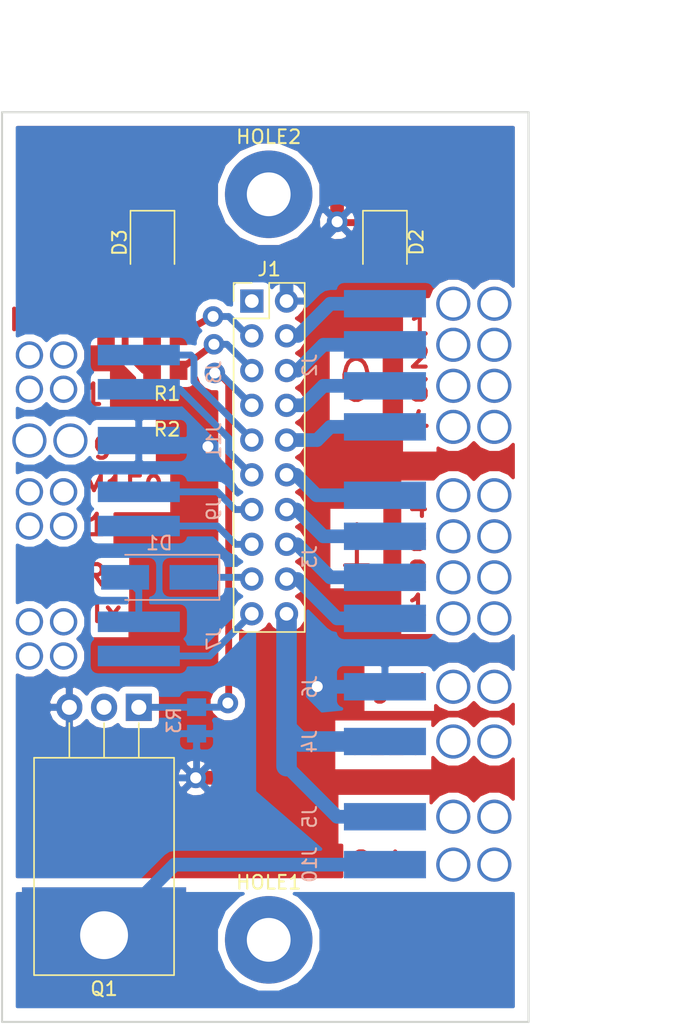
<source format=kicad_pcb>
(kicad_pcb (version 4) (host pcbnew 4.0.7)

  (general
    (links 33)
    (no_connects 1)
    (area 75.424999 75.924999 114.075001 142.575001)
    (thickness 1.6)
    (drawings 25)
    (tracks 143)
    (zones 0)
    (modules 22)
    (nets 24)
  )

  (page A4)
  (layers
    (0 F.Cu signal)
    (31 B.Cu signal)
    (32 B.Adhes user)
    (33 F.Adhes user)
    (34 B.Paste user)
    (35 F.Paste user)
    (36 B.SilkS user)
    (37 F.SilkS user)
    (38 B.Mask user)
    (39 F.Mask user)
    (40 Dwgs.User user)
    (41 Cmts.User user)
    (42 Eco1.User user)
    (43 Eco2.User user)
    (44 Edge.Cuts user)
    (45 Margin user)
    (46 B.CrtYd user)
    (47 F.CrtYd user)
    (48 B.Fab user)
    (49 F.Fab user)
  )

  (setup
    (last_trace_width 0.5)
    (user_trace_width 0.5)
    (user_trace_width 1)
    (user_trace_width 1.5)
    (trace_clearance 0.5)
    (zone_clearance 0.508)
    (zone_45_only yes)
    (trace_min 0.2)
    (segment_width 0.2)
    (edge_width 0.15)
    (via_size 1.5)
    (via_drill 0.8)
    (via_min_size 0.4)
    (via_min_drill 0.3)
    (user_via 1.5 0.8)
    (uvia_size 0.3)
    (uvia_drill 0.1)
    (uvias_allowed no)
    (uvia_min_size 0.2)
    (uvia_min_drill 0.1)
    (pcb_text_width 0.3)
    (pcb_text_size 1.5 1.5)
    (mod_edge_width 0.15)
    (mod_text_size 1 1)
    (mod_text_width 0.15)
    (pad_size 12 7)
    (pad_drill 3.5)
    (pad_to_mask_clearance 0.2)
    (aux_axis_origin 0 0)
    (visible_elements FFFFFF7F)
    (pcbplotparams
      (layerselection 0x00000_80000000)
      (usegerberextensions false)
      (excludeedgelayer false)
      (linewidth 0.100000)
      (plotframeref false)
      (viasonmask false)
      (mode 1)
      (useauxorigin false)
      (hpglpennumber 1)
      (hpglpenspeed 20)
      (hpglpendiameter 15)
      (hpglpenoverlay 2)
      (psnegative true)
      (psa4output false)
      (plotreference false)
      (plotvalue false)
      (plotinvisibletext false)
      (padsonsilk false)
      (subtractmaskfromsilk false)
      (outputformat 5)
      (mirror false)
      (drillshape 2)
      (scaleselection 1)
      (outputdirectory ""))
  )

  (net 0 "")
  (net 1 /TXD)
  (net 2 "Net-(D1-Pad2)")
  (net 3 GND)
  (net 4 "Net-(D2-Pad2)")
  (net 5 "Net-(D3-Pad2)")
  (net 6 /S0P1)
  (net 7 /OUT1)
  (net 8 /S0P2)
  (net 9 /OUT2)
  (net 10 /S0P3)
  (net 11 /OUT3)
  (net 12 /S0P4)
  (net 13 /M1E1)
  (net 14 /S1P4)
  (net 15 /M1E2)
  (net 16 /S1P3)
  (net 17 /M2E1)
  (net 18 /S1P2)
  (net 19 /M2E2)
  (net 20 /S1P1)
  (net 21 /RXD)
  (net 22 "Net-(J10-Pad1)")
  (net 23 "Net-(J1-Pad20)")

  (net_class Default "This is the default net class."
    (clearance 0.5)
    (trace_width 0.5)
    (via_dia 1.5)
    (via_drill 0.8)
    (uvia_dia 0.3)
    (uvia_drill 0.1)
    (add_net /M1E1)
    (add_net /M1E2)
    (add_net /M2E1)
    (add_net /M2E2)
    (add_net /OUT1)
    (add_net /OUT2)
    (add_net /OUT3)
    (add_net /RXD)
    (add_net /S0P1)
    (add_net /S0P2)
    (add_net /S0P3)
    (add_net /S0P4)
    (add_net /S1P1)
    (add_net /S1P2)
    (add_net /S1P3)
    (add_net /S1P4)
    (add_net /TXD)
    (add_net GND)
    (add_net "Net-(D1-Pad2)")
    (add_net "Net-(D2-Pad2)")
    (add_net "Net-(D3-Pad2)")
    (add_net "Net-(J1-Pad20)")
    (add_net "Net-(J10-Pad1)")
  )

  (module modules:Via locked (layer F.Cu) (tedit 5BEC17BA) (tstamp 5BF0ED7F)
    (at 100.0125 84.0105)
    (fp_text reference REF** (at 0 0.5) (layer F.SilkS) hide
      (effects (font (size 1 1) (thickness 0.15)))
    )
    (fp_text value Via (at 0 -0.5) (layer F.Fab) hide
      (effects (font (size 1 1) (thickness 0.15)))
    )
    (pad 1 thru_hole circle (at 0 0) (size 1.5 1.5) (drill 0.8) (layers *.Cu)
      (net 3 GND) (zone_connect 1))
  )

  (module Diode_SMD.pretty:D_SMA_Handsoldering (layer B.Cu) (tedit 58643398) (tstamp 5BED0B7B)
    (at 87 110 180)
    (descr "Diode SMA (DO-214AC) Handsoldering")
    (tags "Diode SMA (DO-214AC) Handsoldering")
    (path /5BEB2E3C)
    (attr smd)
    (fp_text reference D1 (at 0 2.5 180) (layer B.SilkS)
      (effects (font (size 1 1) (thickness 0.15)) (justify mirror))
    )
    (fp_text value SS14 (at 0 -2.6 180) (layer B.Fab)
      (effects (font (size 1 1) (thickness 0.15)) (justify mirror))
    )
    (fp_text user %R (at 0 2.5 180) (layer B.Fab)
      (effects (font (size 1 1) (thickness 0.15)) (justify mirror))
    )
    (fp_line (start -4.4 1.65) (end -4.4 -1.65) (layer B.SilkS) (width 0.12))
    (fp_line (start 2.3 -1.5) (end -2.3 -1.5) (layer B.Fab) (width 0.1))
    (fp_line (start -2.3 -1.5) (end -2.3 1.5) (layer B.Fab) (width 0.1))
    (fp_line (start 2.3 1.5) (end 2.3 -1.5) (layer B.Fab) (width 0.1))
    (fp_line (start 2.3 1.5) (end -2.3 1.5) (layer B.Fab) (width 0.1))
    (fp_line (start -4.5 1.75) (end 4.5 1.75) (layer B.CrtYd) (width 0.05))
    (fp_line (start 4.5 1.75) (end 4.5 -1.75) (layer B.CrtYd) (width 0.05))
    (fp_line (start 4.5 -1.75) (end -4.5 -1.75) (layer B.CrtYd) (width 0.05))
    (fp_line (start -4.5 -1.75) (end -4.5 1.75) (layer B.CrtYd) (width 0.05))
    (fp_line (start -0.64944 -0.00102) (end -1.55114 -0.00102) (layer B.Fab) (width 0.1))
    (fp_line (start 0.50118 -0.00102) (end 1.4994 -0.00102) (layer B.Fab) (width 0.1))
    (fp_line (start -0.64944 0.79908) (end -0.64944 -0.80112) (layer B.Fab) (width 0.1))
    (fp_line (start 0.50118 -0.75032) (end 0.50118 0.79908) (layer B.Fab) (width 0.1))
    (fp_line (start -0.64944 -0.00102) (end 0.50118 -0.75032) (layer B.Fab) (width 0.1))
    (fp_line (start -0.64944 -0.00102) (end 0.50118 0.79908) (layer B.Fab) (width 0.1))
    (fp_line (start -4.4 -1.65) (end 2.5 -1.65) (layer B.SilkS) (width 0.12))
    (fp_line (start -4.4 1.65) (end 2.5 1.65) (layer B.SilkS) (width 0.12))
    (pad 1 smd rect (at -2.5 0 180) (size 3.5 1.8) (layers B.Cu B.Paste B.Mask)
      (net 1 /TXD))
    (pad 2 smd rect (at 2.5 0 180) (size 3.5 1.8) (layers B.Cu B.Paste B.Mask)
      (net 2 "Net-(D1-Pad2)"))
    (model ${KISYS3DMOD}/Diode_SMD.3dshapes/D_SMA.wrl
      (at (xyz 0 0 0))
      (scale (xyz 1 1 1))
      (rotate (xyz 0 0 0))
    )
  )

  (module LED_SMD.pretty:LED_1210_3225Metric_Pad1.22x2.70mm_HandSolder (layer F.Cu) (tedit 5AC5DB75) (tstamp 5BED0B8E)
    (at 103.5 85.5 270)
    (descr "LED SMD 1210 (3225 Metric), square (rectangular) end terminal, IPC_7351 nominal, (Body size source: http://www.tortai-tech.com/upload/download/2011102023233369053.pdf), generated with kicad-footprint-generator")
    (tags "LED handsolder")
    (path /5BEB2764)
    (attr smd)
    (fp_text reference D2 (at 0 -2.3 270) (layer F.SilkS)
      (effects (font (size 1 1) (thickness 0.15)))
    )
    (fp_text value LED (at 0 2.3 270) (layer F.Fab)
      (effects (font (size 1 1) (thickness 0.15)))
    )
    (fp_line (start 1.6 -1.25) (end -0.975 -1.25) (layer F.Fab) (width 0.1))
    (fp_line (start -0.975 -1.25) (end -1.6 -0.625) (layer F.Fab) (width 0.1))
    (fp_line (start -1.6 -0.625) (end -1.6 1.25) (layer F.Fab) (width 0.1))
    (fp_line (start -1.6 1.25) (end 1.6 1.25) (layer F.Fab) (width 0.1))
    (fp_line (start 1.6 1.25) (end 1.6 -1.25) (layer F.Fab) (width 0.1))
    (fp_line (start 1.6 -1.61) (end -2.3 -1.61) (layer F.SilkS) (width 0.12))
    (fp_line (start -2.3 -1.61) (end -2.3 1.61) (layer F.SilkS) (width 0.12))
    (fp_line (start -2.3 1.61) (end 1.6 1.61) (layer F.SilkS) (width 0.12))
    (fp_line (start -2.29 1.6) (end -2.29 -1.6) (layer F.CrtYd) (width 0.05))
    (fp_line (start -2.29 -1.6) (end 2.29 -1.6) (layer F.CrtYd) (width 0.05))
    (fp_line (start 2.29 -1.6) (end 2.29 1.6) (layer F.CrtYd) (width 0.05))
    (fp_line (start 2.29 1.6) (end -2.29 1.6) (layer F.CrtYd) (width 0.05))
    (fp_text user %R (at 0 0 270) (layer F.Fab)
      (effects (font (size 0.8 0.8) (thickness 0.12)))
    )
    (pad 1 smd rect (at -1.43 0 270) (size 1.22 2.7) (layers F.Cu F.Paste F.Mask)
      (net 3 GND))
    (pad 2 smd rect (at 1.43 0 270) (size 1.22 2.7) (layers F.Cu F.Paste F.Mask)
      (net 4 "Net-(D2-Pad2)"))
    (model ${KISYS3DMOD}/LED_SMD.3dshapes/LED_1210_3225Metric.wrl
      (at (xyz 0 0 0))
      (scale (xyz 1 1 1))
      (rotate (xyz 0 0 0))
    )
  )

  (module LED_SMD.pretty:LED_1210_3225Metric_Pad1.22x2.70mm_HandSolder (layer F.Cu) (tedit 5BEC04C7) (tstamp 5BED0BA1)
    (at 86.5 85.5 270)
    (descr "LED SMD 1210 (3225 Metric), square (rectangular) end terminal, IPC_7351 nominal, (Body size source: http://www.tortai-tech.com/upload/download/2011102023233369053.pdf), generated with kicad-footprint-generator")
    (tags "LED handsolder")
    (path /5BEB3876)
    (attr smd)
    (fp_text reference D3 (at 0.034 2.405 270) (layer F.SilkS)
      (effects (font (size 1 1) (thickness 0.15)))
    )
    (fp_text value LED (at 0 2.3 270) (layer F.Fab)
      (effects (font (size 1 1) (thickness 0.15)))
    )
    (fp_line (start 1.6 -1.25) (end -0.975 -1.25) (layer F.Fab) (width 0.1))
    (fp_line (start -0.975 -1.25) (end -1.6 -0.625) (layer F.Fab) (width 0.1))
    (fp_line (start -1.6 -0.625) (end -1.6 1.25) (layer F.Fab) (width 0.1))
    (fp_line (start -1.6 1.25) (end 1.6 1.25) (layer F.Fab) (width 0.1))
    (fp_line (start 1.6 1.25) (end 1.6 -1.25) (layer F.Fab) (width 0.1))
    (fp_line (start 1.6 -1.61) (end -2.3 -1.61) (layer F.SilkS) (width 0.12))
    (fp_line (start -2.3 -1.61) (end -2.3 1.61) (layer F.SilkS) (width 0.12))
    (fp_line (start -2.3 1.61) (end 1.6 1.61) (layer F.SilkS) (width 0.12))
    (fp_line (start -2.29 1.6) (end -2.29 -1.6) (layer F.CrtYd) (width 0.05))
    (fp_line (start -2.29 -1.6) (end 2.29 -1.6) (layer F.CrtYd) (width 0.05))
    (fp_line (start 2.29 -1.6) (end 2.29 1.6) (layer F.CrtYd) (width 0.05))
    (fp_line (start 2.29 1.6) (end -2.29 1.6) (layer F.CrtYd) (width 0.05))
    (fp_text user %R (at 0 0 270) (layer F.Fab)
      (effects (font (size 0.8 0.8) (thickness 0.12)))
    )
    (pad 1 smd rect (at -1.43 0 270) (size 1.22 2.7) (layers F.Cu F.Paste F.Mask)
      (net 3 GND))
    (pad 2 smd rect (at 1.43 0 270) (size 1.22 2.7) (layers F.Cu F.Paste F.Mask)
      (net 5 "Net-(D3-Pad2)"))
    (model ${KISYS3DMOD}/LED_SMD.3dshapes/LED_1210_3225Metric.wrl
      (at (xyz 0 0 0))
      (scale (xyz 1 1 1))
      (rotate (xyz 0 0 0))
    )
  )

  (module MountingHole.pretty:MountingHole_3.2mm_M3_Pad (layer F.Cu) (tedit 56D1B4CB) (tstamp 5BED0BA9)
    (at 95 136.5)
    (descr "Mounting Hole 3.2mm, M3")
    (tags "mounting hole 3.2mm m3")
    (path /59B6D60D)
    (attr virtual)
    (fp_text reference HOLE1 (at 0 -4.2) (layer F.SilkS)
      (effects (font (size 1 1) (thickness 0.15)))
    )
    (fp_text value HOLE (at 0 4.2) (layer F.Fab)
      (effects (font (size 1 1) (thickness 0.15)))
    )
    (fp_text user %R (at 0.3 0) (layer F.Fab)
      (effects (font (size 1 1) (thickness 0.15)))
    )
    (fp_circle (center 0 0) (end 3.2 0) (layer Cmts.User) (width 0.15))
    (fp_circle (center 0 0) (end 3.45 0) (layer F.CrtYd) (width 0.05))
    (pad 1 thru_hole circle (at 0 0) (size 6.4 6.4) (drill 3.2) (layers *.Cu *.Mask))
  )

  (module MountingHole.pretty:MountingHole_3.2mm_M3_Pad (layer F.Cu) (tedit 5BEBDA01) (tstamp 5BED0BB1)
    (at 95 82)
    (descr "Mounting Hole 3.2mm, M3")
    (tags "mounting hole 3.2mm m3")
    (path /5BEAF982)
    (attr virtual)
    (fp_text reference HOLE2 (at 0 -4.2) (layer F.SilkS)
      (effects (font (size 1 1) (thickness 0.15)))
    )
    (fp_text value HOLE (at 0 4.2) (layer F.Fab)
      (effects (font (size 1 1) (thickness 0.15)))
    )
    (fp_text user %R (at 0.094999 -0.175) (layer F.Fab)
      (effects (font (size 1 1) (thickness 0.15)))
    )
    (fp_circle (center 0 0) (end 3.2 0) (layer Cmts.User) (width 0.15))
    (fp_circle (center 0 0) (end 3.45 0) (layer F.CrtYd) (width 0.05))
    (pad 1 thru_hole circle (at 0 0) (size 6.4 6.4) (drill 3.2) (layers *.Cu *.Mask))
  )

  (module Connector_PinHeader_2.54mm.pretty:PinHeader_2x10_P2.54mm_Vertical (layer F.Cu) (tedit 59FED5CC) (tstamp 5BED0BDB)
    (at 93.763333 89.805)
    (descr "Through hole straight pin header, 2x10, 2.54mm pitch, double rows")
    (tags "Through hole pin header THT 2x10 2.54mm double row")
    (path /5988822E)
    (fp_text reference J1 (at 1.27 -2.33) (layer F.SilkS)
      (effects (font (size 1 1) (thickness 0.15)))
    )
    (fp_text value CONN_02X10 (at 1.27 25.19) (layer F.Fab)
      (effects (font (size 1 1) (thickness 0.15)))
    )
    (fp_line (start 0 -1.27) (end 3.81 -1.27) (layer F.Fab) (width 0.1))
    (fp_line (start 3.81 -1.27) (end 3.81 24.13) (layer F.Fab) (width 0.1))
    (fp_line (start 3.81 24.13) (end -1.27 24.13) (layer F.Fab) (width 0.1))
    (fp_line (start -1.27 24.13) (end -1.27 0) (layer F.Fab) (width 0.1))
    (fp_line (start -1.27 0) (end 0 -1.27) (layer F.Fab) (width 0.1))
    (fp_line (start -1.33 24.19) (end 3.87 24.19) (layer F.SilkS) (width 0.12))
    (fp_line (start -1.33 1.27) (end -1.33 24.19) (layer F.SilkS) (width 0.12))
    (fp_line (start 3.87 -1.33) (end 3.87 24.19) (layer F.SilkS) (width 0.12))
    (fp_line (start -1.33 1.27) (end 1.27 1.27) (layer F.SilkS) (width 0.12))
    (fp_line (start 1.27 1.27) (end 1.27 -1.33) (layer F.SilkS) (width 0.12))
    (fp_line (start 1.27 -1.33) (end 3.87 -1.33) (layer F.SilkS) (width 0.12))
    (fp_line (start -1.33 0) (end -1.33 -1.33) (layer F.SilkS) (width 0.12))
    (fp_line (start -1.33 -1.33) (end 0 -1.33) (layer F.SilkS) (width 0.12))
    (fp_line (start -1.8 -1.8) (end -1.8 24.65) (layer F.CrtYd) (width 0.05))
    (fp_line (start -1.8 24.65) (end 4.35 24.65) (layer F.CrtYd) (width 0.05))
    (fp_line (start 4.35 24.65) (end 4.35 -1.8) (layer F.CrtYd) (width 0.05))
    (fp_line (start 4.35 -1.8) (end -1.8 -1.8) (layer F.CrtYd) (width 0.05))
    (fp_text user %R (at 1.27 11.43 90) (layer F.Fab)
      (effects (font (size 1 1) (thickness 0.15)))
    )
    (pad 1 thru_hole rect (at 0 0) (size 1.7 1.7) (drill 1) (layers *.Cu *.Mask))
    (pad 2 thru_hole oval (at 2.54 0) (size 1.7 1.7) (drill 1) (layers *.Cu *.Mask)
      (net 3 GND))
    (pad 3 thru_hole oval (at 0 2.54) (size 1.7 1.7) (drill 1) (layers *.Cu *.Mask)
      (net 7 /OUT1))
    (pad 4 thru_hole oval (at 2.54 2.54) (size 1.7 1.7) (drill 1) (layers *.Cu *.Mask)
      (net 6 /S0P1))
    (pad 5 thru_hole oval (at 0 5.08) (size 1.7 1.7) (drill 1) (layers *.Cu *.Mask)
      (net 9 /OUT2))
    (pad 6 thru_hole oval (at 2.54 5.08) (size 1.7 1.7) (drill 1) (layers *.Cu *.Mask)
      (net 8 /S0P2))
    (pad 7 thru_hole oval (at 0 7.62) (size 1.7 1.7) (drill 1) (layers *.Cu *.Mask)
      (net 11 /OUT3))
    (pad 8 thru_hole oval (at 2.54 7.62) (size 1.7 1.7) (drill 1) (layers *.Cu *.Mask)
      (net 10 /S0P3))
    (pad 9 thru_hole oval (at 0 10.16) (size 1.7 1.7) (drill 1) (layers *.Cu *.Mask)
      (net 13 /M1E1))
    (pad 10 thru_hole oval (at 2.54 10.16) (size 1.7 1.7) (drill 1) (layers *.Cu *.Mask)
      (net 12 /S0P4))
    (pad 11 thru_hole oval (at 0 12.7) (size 1.7 1.7) (drill 1) (layers *.Cu *.Mask)
      (net 15 /M1E2))
    (pad 12 thru_hole oval (at 2.54 12.7) (size 1.7 1.7) (drill 1) (layers *.Cu *.Mask)
      (net 14 /S1P4))
    (pad 13 thru_hole oval (at 0 15.24) (size 1.7 1.7) (drill 1) (layers *.Cu *.Mask)
      (net 17 /M2E1))
    (pad 14 thru_hole oval (at 2.54 15.24) (size 1.7 1.7) (drill 1) (layers *.Cu *.Mask)
      (net 16 /S1P3))
    (pad 15 thru_hole oval (at 0 17.78) (size 1.7 1.7) (drill 1) (layers *.Cu *.Mask)
      (net 19 /M2E2))
    (pad 16 thru_hole oval (at 2.54 17.78) (size 1.7 1.7) (drill 1) (layers *.Cu *.Mask)
      (net 18 /S1P2))
    (pad 17 thru_hole oval (at 0 20.32) (size 1.7 1.7) (drill 1) (layers *.Cu *.Mask)
      (net 1 /TXD))
    (pad 18 thru_hole oval (at 2.54 20.32) (size 1.7 1.7) (drill 1) (layers *.Cu *.Mask)
      (net 20 /S1P1))
    (pad 19 thru_hole oval (at 0 22.86) (size 1.7 1.7) (drill 1) (layers *.Cu *.Mask)
      (net 21 /RXD))
    (pad 20 thru_hole oval (at 2.54 22.86) (size 1.7 1.7) (drill 1) (layers *.Cu *.Mask)
      (net 23 "Net-(J1-Pad20)"))
    (model ${KISYS3DMOD}/Connector_PinHeader_2.54mm.3dshapes/PinHeader_2x10_P2.54mm_Vertical.wrl
      (at (xyz 0 0 0))
      (scale (xyz 1 1 1))
      (rotate (xyz 0 0 0))
    )
  )

  (module modules:4PIN (layer B.Cu) (tedit 5BEADEFA) (tstamp 5BED0BFB)
    (at 103.5 108.5 90)
    (path /5BEB01FA)
    (fp_text reference J3 (at 0 -5.5 90) (layer B.SilkS)
      (effects (font (size 1 1) (thickness 0.15)) (justify mirror))
    )
    (fp_text value Motor2 (at 0 -4 90) (layer B.Fab)
      (effects (font (size 1 1) (thickness 0.15)) (justify mirror))
    )
    (pad "" np_thru_hole circle (at 4.5 8 90) (size 2.5 2.5) (drill 2) (layers *.Cu *.Mask))
    (pad "" np_thru_hole circle (at 1.5 8 90) (size 2.5 2.5) (drill 2) (layers *.Cu *.Mask))
    (pad "" np_thru_hole circle (at -1.5 8 90) (size 2.5 2.5) (drill 2) (layers *.Cu *.Mask))
    (pad "" np_thru_hole circle (at -4.5 8 90) (size 2.5 2.5) (drill 2) (layers *.Cu *.Mask))
    (pad "" np_thru_hole circle (at 4.5 5 90) (size 2.5 2.5) (drill 2) (layers *.Cu *.Mask))
    (pad "" np_thru_hole circle (at 1.5 5 90) (size 2.5 2.5) (drill 2) (layers *.Cu *.Mask))
    (pad "" np_thru_hole circle (at -1.5 5 90) (size 2.5 2.5) (drill 2) (layers *.Cu *.Mask))
    (pad 4 connect rect (at 4.5 0 90) (size 2 6) (layers B.Cu B.Mask)
      (net 14 /S1P4))
    (pad 3 connect rect (at 1.5 0 90) (size 2 6) (layers B.Cu B.Mask)
      (net 16 /S1P3))
    (pad 2 connect rect (at -1.5 0 90) (size 2 6) (layers B.Cu B.Mask)
      (net 18 /S1P2))
    (pad 1 connect rect (at -4.5 0 90) (size 2 6) (layers B.Cu B.Mask)
      (net 20 /S1P1))
    (pad "" np_thru_hole circle (at -4.5 5 90) (size 2.5 2.5) (drill 2) (layers *.Cu *.Mask))
  )

  (module modules:1PIN (layer B.Cu) (tedit 5BEADEFA) (tstamp 5BED0C02)
    (at 103.5 122 90)
    (path /5BEAFF72)
    (fp_text reference J4 (at 0 -5.5 90) (layer B.SilkS)
      (effects (font (size 1 1) (thickness 0.15)) (justify mirror))
    )
    (fp_text value 12V (at 0 -4 90) (layer B.Fab)
      (effects (font (size 1 1) (thickness 0.15)) (justify mirror))
    )
    (pad "" np_thru_hole circle (at 0 8 90) (size 2.5 2.5) (drill 2) (layers *.Cu *.Mask))
    (pad 1 connect rect (at 0 0 90) (size 2 6) (layers B.Cu B.Mask)
      (net 23 "Net-(J1-Pad20)"))
    (pad "" np_thru_hole circle (at 0 5 90) (size 2.5 2.5) (drill 2) (layers *.Cu *.Mask))
  )

  (module modules:1PIN (layer B.Cu) (tedit 5BEADEFA) (tstamp 5BED0C09)
    (at 103.5 127.5 90)
    (path /5BEB130A)
    (fp_text reference J5 (at 0 -5.5 90) (layer B.SilkS)
      (effects (font (size 1 1) (thickness 0.15)) (justify mirror))
    )
    (fp_text value Load_12V (at 0 -4 90) (layer B.Fab)
      (effects (font (size 1 1) (thickness 0.15)) (justify mirror))
    )
    (pad "" np_thru_hole circle (at 0 8 90) (size 2.5 2.5) (drill 2) (layers *.Cu *.Mask))
    (pad 1 connect rect (at 0 0 90) (size 2 6) (layers B.Cu B.Mask)
      (net 23 "Net-(J1-Pad20)"))
    (pad "" np_thru_hole circle (at 0 5 90) (size 2.5 2.5) (drill 2) (layers *.Cu *.Mask))
  )

  (module modules:1PIN (layer B.Cu) (tedit 5BEADEFA) (tstamp 5BED0C10)
    (at 103.5 118 90)
    (path /5BEAFEB7)
    (fp_text reference J6 (at 0 -5.5 90) (layer B.SilkS)
      (effects (font (size 1 1) (thickness 0.15)) (justify mirror))
    )
    (fp_text value GND (at 0 -4 90) (layer B.Fab)
      (effects (font (size 1 1) (thickness 0.15)) (justify mirror))
    )
    (pad "" np_thru_hole circle (at 0 8 90) (size 2.5 2.5) (drill 2) (layers *.Cu *.Mask))
    (pad 1 connect rect (at 0 0 90) (size 2 6) (layers B.Cu B.Mask)
      (net 3 GND))
    (pad "" np_thru_hole circle (at 0 5 90) (size 2.5 2.5) (drill 2) (layers *.Cu *.Mask))
  )

  (module modules:2PIN (layer B.Cu) (tedit 5BEAE030) (tstamp 5BED0C1A)
    (at 85.5 114.5 270)
    (path /5BEB0A6B)
    (fp_text reference J7 (at 0 -5.5 270) (layer B.SilkS)
      (effects (font (size 1 1) (thickness 0.15)) (justify mirror))
    )
    (fp_text value UART (at 0 -4 270) (layer B.Fab)
      (effects (font (size 1 1) (thickness 0.15)) (justify mirror))
    )
    (pad "" np_thru_hole circle (at 1.25 8 270) (size 2 2) (drill 1.5) (layers *.Cu *.Mask))
    (pad "" np_thru_hole circle (at 1.25 5.5 270) (size 2 2) (drill 1.5) (layers *.Cu *.Mask))
    (pad "" np_thru_hole circle (at -1.25 5.5 270) (size 2 2) (drill 1.5) (layers *.Cu *.Mask))
    (pad "" np_thru_hole circle (at -1.25 8 270) (size 2 2) (drill 1.5) (layers *.Cu *.Mask))
    (pad 2 connect rect (at 1.25 0 270) (size 1.5 6) (layers B.Cu B.Mask)
      (net 21 /RXD))
    (pad 1 connect rect (at -1.25 0 270) (size 1.5 6) (layers B.Cu B.Mask)
      (net 2 "Net-(D1-Pad2)"))
  )

  (module modules:2PIN (layer B.Cu) (tedit 5BEAE030) (tstamp 5BED0C24)
    (at 85.5 95 270)
    (path /5BEB0D29)
    (fp_text reference J8 (at 0 -5.5 270) (layer B.SilkS)
      (effects (font (size 1 1) (thickness 0.15)) (justify mirror))
    )
    (fp_text value Esw0 (at 0 -4 270) (layer B.Fab)
      (effects (font (size 1 1) (thickness 0.15)) (justify mirror))
    )
    (pad "" np_thru_hole circle (at 1.25 8 270) (size 2 2) (drill 1.5) (layers *.Cu *.Mask))
    (pad "" np_thru_hole circle (at 1.25 5.5 270) (size 2 2) (drill 1.5) (layers *.Cu *.Mask))
    (pad "" np_thru_hole circle (at -1.25 5.5 270) (size 2 2) (drill 1.5) (layers *.Cu *.Mask))
    (pad "" np_thru_hole circle (at -1.25 8 270) (size 2 2) (drill 1.5) (layers *.Cu *.Mask))
    (pad 2 connect rect (at 1.25 0 270) (size 1.5 6) (layers B.Cu B.Mask)
      (net 15 /M1E2))
    (pad 1 connect rect (at -1.25 0 270) (size 1.5 6) (layers B.Cu B.Mask)
      (net 13 /M1E1))
  )

  (module modules:2PIN (layer B.Cu) (tedit 5BEAE030) (tstamp 5BED0C2E)
    (at 85.5 105 270)
    (path /5BEB0C38)
    (fp_text reference J9 (at 0 -5.5 270) (layer B.SilkS)
      (effects (font (size 1 1) (thickness 0.15)) (justify mirror))
    )
    (fp_text value Esw1 (at 0 -4 270) (layer B.Fab)
      (effects (font (size 1 1) (thickness 0.15)) (justify mirror))
    )
    (pad "" np_thru_hole circle (at 1.25 8 270) (size 2 2) (drill 1.5) (layers *.Cu *.Mask))
    (pad "" np_thru_hole circle (at 1.25 5.5 270) (size 2 2) (drill 1.5) (layers *.Cu *.Mask))
    (pad "" np_thru_hole circle (at -1.25 5.5 270) (size 2 2) (drill 1.5) (layers *.Cu *.Mask))
    (pad "" np_thru_hole circle (at -1.25 8 270) (size 2 2) (drill 1.5) (layers *.Cu *.Mask))
    (pad 2 connect rect (at 1.25 0 270) (size 1.5 6) (layers B.Cu B.Mask)
      (net 19 /M2E2))
    (pad 1 connect rect (at -1.25 0 270) (size 1.5 6) (layers B.Cu B.Mask)
      (net 17 /M2E1))
  )

  (module modules:1PIN (layer B.Cu) (tedit 5BEADEFA) (tstamp 5BED0C35)
    (at 103.5 131 90)
    (path /5BEB14CE)
    (fp_text reference J10 (at 0 -5.5 90) (layer B.SilkS)
      (effects (font (size 1 1) (thickness 0.15)) (justify mirror))
    )
    (fp_text value Load_GND (at 0 -4 90) (layer B.Fab)
      (effects (font (size 1 1) (thickness 0.15)) (justify mirror))
    )
    (pad "" np_thru_hole circle (at 0 8 90) (size 2.5 2.5) (drill 2) (layers *.Cu *.Mask))
    (pad 1 connect rect (at 0 0 90) (size 2 6) (layers B.Cu B.Mask)
      (net 22 "Net-(J10-Pad1)"))
    (pad "" np_thru_hole circle (at 0 5 90) (size 2.5 2.5) (drill 2) (layers *.Cu *.Mask))
  )

  (module modules:1PIN (layer B.Cu) (tedit 5BEADEFA) (tstamp 5BED0C3C)
    (at 85.5 100 270)
    (path /5BEB7814)
    (fp_text reference J11 (at 0 -5.5 270) (layer B.SilkS)
      (effects (font (size 1 1) (thickness 0.15)) (justify mirror))
    )
    (fp_text value ESW_GND (at 0 -4 270) (layer B.Fab)
      (effects (font (size 1 1) (thickness 0.15)) (justify mirror))
    )
    (pad "" np_thru_hole circle (at 0 8 270) (size 2.5 2.5) (drill 2) (layers *.Cu *.Mask))
    (pad 1 connect rect (at 0 0 270) (size 2 6) (layers B.Cu B.Mask)
      (net 3 GND))
    (pad "" np_thru_hole circle (at 0 5 270) (size 2.5 2.5) (drill 2) (layers *.Cu *.Mask))
  )

  (module Resistor_SMD.pretty:R_0805_2012Metric_Pad1.29x1.40mm_HandSolder (layer F.Cu) (tedit 5BEC04C4) (tstamp 5BED0C4B)
    (at 87.4395 92.329 180)
    (descr "Resistor SMD 0805 (2012 Metric), square (rectangular) end terminal, IPC_7351 nominal with elongated pad for handsoldering. (Body size source: http://www.tortai-tech.com/upload/download/2011102023233369053.pdf), generated with kicad-footprint-generator")
    (tags "resistor handsolder")
    (path /5BEB30A1)
    (attr smd)
    (fp_text reference R1 (at -0.127 -4.2545 180) (layer F.SilkS)
      (effects (font (size 1 1) (thickness 0.15)))
    )
    (fp_text value 47 (at 0 1.65 180) (layer F.Fab)
      (effects (font (size 1 1) (thickness 0.15)))
    )
    (fp_line (start -1 0.6) (end -1 -0.6) (layer F.Fab) (width 0.1))
    (fp_line (start -1 -0.6) (end 1 -0.6) (layer F.Fab) (width 0.1))
    (fp_line (start 1 -0.6) (end 1 0.6) (layer F.Fab) (width 0.1))
    (fp_line (start 1 0.6) (end -1 0.6) (layer F.Fab) (width 0.1))
    (fp_line (start -1.86 0.95) (end -1.86 -0.95) (layer F.CrtYd) (width 0.05))
    (fp_line (start -1.86 -0.95) (end 1.86 -0.95) (layer F.CrtYd) (width 0.05))
    (fp_line (start 1.86 -0.95) (end 1.86 0.95) (layer F.CrtYd) (width 0.05))
    (fp_line (start 1.86 0.95) (end -1.86 0.95) (layer F.CrtYd) (width 0.05))
    (fp_text user %R (at 0 0 180) (layer F.Fab)
      (effects (font (size 0.5 0.5) (thickness 0.08)))
    )
    (pad 1 smd rect (at -0.9675 0 180) (size 1.295 1.4) (layers F.Cu F.Paste F.Mask)
      (net 7 /OUT1))
    (pad 2 smd rect (at 0.9675 0 180) (size 1.295 1.4) (layers F.Cu F.Paste F.Mask)
      (net 4 "Net-(D2-Pad2)"))
    (model ${KISYS3DMOD}/Resistor_SMD.3dshapes/R_0805_2012Metric.wrl
      (at (xyz 0 0 0))
      (scale (xyz 1 1 1))
      (rotate (xyz 0 0 0))
    )
  )

  (module Resistor_SMD.pretty:R_0805_2012Metric_Pad1.29x1.40mm_HandSolder (layer F.Cu) (tedit 5BEC04C0) (tstamp 5BED0C5A)
    (at 87.4395 94.869 180)
    (descr "Resistor SMD 0805 (2012 Metric), square (rectangular) end terminal, IPC_7351 nominal with elongated pad for handsoldering. (Body size source: http://www.tortai-tech.com/upload/download/2011102023233369053.pdf), generated with kicad-footprint-generator")
    (tags "resistor handsolder")
    (path /5BEB387C)
    (attr smd)
    (fp_text reference R2 (at -0.127 -4.318 180) (layer F.SilkS)
      (effects (font (size 1 1) (thickness 0.15)))
    )
    (fp_text value 47 (at 0 1.65 180) (layer F.Fab)
      (effects (font (size 1 1) (thickness 0.15)))
    )
    (fp_line (start -1 0.6) (end -1 -0.6) (layer F.Fab) (width 0.1))
    (fp_line (start -1 -0.6) (end 1 -0.6) (layer F.Fab) (width 0.1))
    (fp_line (start 1 -0.6) (end 1 0.6) (layer F.Fab) (width 0.1))
    (fp_line (start 1 0.6) (end -1 0.6) (layer F.Fab) (width 0.1))
    (fp_line (start -1.86 0.95) (end -1.86 -0.95) (layer F.CrtYd) (width 0.05))
    (fp_line (start -1.86 -0.95) (end 1.86 -0.95) (layer F.CrtYd) (width 0.05))
    (fp_line (start 1.86 -0.95) (end 1.86 0.95) (layer F.CrtYd) (width 0.05))
    (fp_line (start 1.86 0.95) (end -1.86 0.95) (layer F.CrtYd) (width 0.05))
    (fp_text user %R (at 0 0 180) (layer F.Fab)
      (effects (font (size 0.5 0.5) (thickness 0.08)))
    )
    (pad 1 smd rect (at -0.9675 0 180) (size 1.295 1.4) (layers F.Cu F.Paste F.Mask)
      (net 9 /OUT2))
    (pad 2 smd rect (at 0.9675 0 180) (size 1.295 1.4) (layers F.Cu F.Paste F.Mask)
      (net 5 "Net-(D3-Pad2)"))
    (model ${KISYS3DMOD}/Resistor_SMD.3dshapes/R_0805_2012Metric.wrl
      (at (xyz 0 0 0))
      (scale (xyz 1 1 1))
      (rotate (xyz 0 0 0))
    )
  )

  (module Resistor_SMD.pretty:R_0805_2012Metric_Pad1.29x1.40mm_HandSolder (layer B.Cu) (tedit 5AC5DB74) (tstamp 5BED0C69)
    (at 89.7255 120.4595 270)
    (descr "Resistor SMD 0805 (2012 Metric), square (rectangular) end terminal, IPC_7351 nominal with elongated pad for handsoldering. (Body size source: http://www.tortai-tech.com/upload/download/2011102023233369053.pdf), generated with kicad-footprint-generator")
    (tags "resistor handsolder")
    (path /5BEB28E0)
    (attr smd)
    (fp_text reference R3 (at 0 1.65 270) (layer B.SilkS)
      (effects (font (size 1 1) (thickness 0.15)) (justify mirror))
    )
    (fp_text value 10k (at 0 -1.65 270) (layer B.Fab)
      (effects (font (size 1 1) (thickness 0.15)) (justify mirror))
    )
    (fp_line (start -1 -0.6) (end -1 0.6) (layer B.Fab) (width 0.1))
    (fp_line (start -1 0.6) (end 1 0.6) (layer B.Fab) (width 0.1))
    (fp_line (start 1 0.6) (end 1 -0.6) (layer B.Fab) (width 0.1))
    (fp_line (start 1 -0.6) (end -1 -0.6) (layer B.Fab) (width 0.1))
    (fp_line (start -1.86 -0.95) (end -1.86 0.95) (layer B.CrtYd) (width 0.05))
    (fp_line (start -1.86 0.95) (end 1.86 0.95) (layer B.CrtYd) (width 0.05))
    (fp_line (start 1.86 0.95) (end 1.86 -0.95) (layer B.CrtYd) (width 0.05))
    (fp_line (start 1.86 -0.95) (end -1.86 -0.95) (layer B.CrtYd) (width 0.05))
    (fp_text user %R (at 0 0 270) (layer B.Fab)
      (effects (font (size 0.5 0.5) (thickness 0.08)) (justify mirror))
    )
    (pad 1 smd rect (at -0.9675 0 270) (size 1.295 1.4) (layers B.Cu B.Paste B.Mask)
      (net 11 /OUT3))
    (pad 2 smd rect (at 0.9675 0 270) (size 1.295 1.4) (layers B.Cu B.Paste B.Mask)
      (net 3 GND))
    (model ${KISYS3DMOD}/Resistor_SMD.3dshapes/R_0805_2012Metric.wrl
      (at (xyz 0 0 0))
      (scale (xyz 1 1 1))
      (rotate (xyz 0 0 0))
    )
  )

  (module modules:TO-220-3_Horizontal_TabDown (layer F.Cu) (tedit 5BEC27B7) (tstamp 5BEFBAE7)
    (at 85.5 119.5 180)
    (descr "TO-220-3, Horizontal, RM 2.54mm, see https://www.vishay.com/docs/66542/to-220-1.pdf")
    (tags "TO-220-3 Horizontal RM 2.54mm")
    (path /5BEB105F)
    (fp_text reference Q1 (at 2.54 -20.58 180) (layer F.SilkS)
      (effects (font (size 1 1) (thickness 0.15)))
    )
    (fp_text value IRL3303 (at 2.54 2 180) (layer F.Fab)
      (effects (font (size 1 1) (thickness 0.15)))
    )
    (fp_circle (center 2.54 -16.66) (end 4.39 -16.66) (layer F.Fab) (width 0.1))
    (fp_line (start -2.46 -13.06) (end -2.46 -19.46) (layer F.Fab) (width 0.1))
    (fp_line (start -2.46 -19.46) (end 7.54 -19.46) (layer F.Fab) (width 0.1))
    (fp_line (start 7.54 -19.46) (end 7.54 -13.06) (layer F.Fab) (width 0.1))
    (fp_line (start 7.54 -13.06) (end -2.46 -13.06) (layer F.Fab) (width 0.1))
    (fp_line (start -2.46 -3.81) (end -2.46 -13.06) (layer F.Fab) (width 0.1))
    (fp_line (start -2.46 -13.06) (end 7.54 -13.06) (layer F.Fab) (width 0.1))
    (fp_line (start 7.54 -13.06) (end 7.54 -3.81) (layer F.Fab) (width 0.1))
    (fp_line (start 7.54 -3.81) (end -2.46 -3.81) (layer F.Fab) (width 0.1))
    (fp_line (start 0 -3.81) (end 0 0) (layer F.Fab) (width 0.1))
    (fp_line (start 2.54 -3.81) (end 2.54 0) (layer F.Fab) (width 0.1))
    (fp_line (start 5.08 -3.81) (end 5.08 0) (layer F.Fab) (width 0.1))
    (fp_line (start -2.58 -3.69) (end 7.66 -3.69) (layer F.SilkS) (width 0.12))
    (fp_line (start -2.58 -19.58) (end 7.66 -19.58) (layer F.SilkS) (width 0.12))
    (fp_line (start -2.58 -19.58) (end -2.58 -3.69) (layer F.SilkS) (width 0.12))
    (fp_line (start 7.66 -19.58) (end 7.66 -3.69) (layer F.SilkS) (width 0.12))
    (fp_line (start 0 -3.69) (end 0 -1.15) (layer F.SilkS) (width 0.12))
    (fp_line (start 2.54 -3.69) (end 2.54 -1.15) (layer F.SilkS) (width 0.12))
    (fp_line (start 5.08 -3.69) (end 5.08 -1.15) (layer F.SilkS) (width 0.12))
    (fp_line (start -2.71 -19.71) (end -2.71 1.25) (layer F.CrtYd) (width 0.05))
    (fp_line (start -2.71 1.25) (end 7.79 1.25) (layer F.CrtYd) (width 0.05))
    (fp_line (start 7.79 1.25) (end 7.79 -19.71) (layer F.CrtYd) (width 0.05))
    (fp_line (start 7.79 -19.71) (end -2.71 -19.71) (layer F.CrtYd) (width 0.05))
    (fp_text user %R (at 2.54 -20.58 180) (layer F.Fab)
      (effects (font (size 1 1) (thickness 0.15)))
    )
    (pad 2 thru_hole rect (at 2.54 -16.66 180) (size 12 7) (drill 3.5) (layers *.Cu *.Mask)
      (net 22 "Net-(J10-Pad1)") (zone_connect 2))
    (pad 1 thru_hole rect (at 0 0 180) (size 1.905 2) (drill 1.1) (layers *.Cu *.Mask)
      (net 11 /OUT3))
    (pad 2 thru_hole oval (at 2.54 0 180) (size 1.905 2) (drill 1.1) (layers *.Cu *.Mask)
      (net 22 "Net-(J10-Pad1)"))
    (pad 3 thru_hole oval (at 5.08 0 180) (size 1.905 2) (drill 1.1) (layers *.Cu *.Mask)
      (net 3 GND))
    (model ${KISYS3DMOD}/Package_TO_SOT_THT.3dshapes/TO-220-3_Horizontal_TabDown.wrl
      (at (xyz 0 0 0))
      (scale (xyz 1 1 1))
      (rotate (xyz 0 0 0))
    )
  )

  (module modules:4PIN (layer B.Cu) (tedit 5BEBD79A) (tstamp 5BED0BEB)
    (at 103.5 94.5 90)
    (path /5BEB0030)
    (fp_text reference J2 (at 0 -5.5 90) (layer B.SilkS)
      (effects (font (size 1 1) (thickness 0.15)) (justify mirror))
    )
    (fp_text value Motor1 (at 0 -4 90) (layer B.Fab)
      (effects (font (size 1 1) (thickness 0.15)) (justify mirror))
    )
    (pad "" np_thru_hole circle (at 4.5 8 90) (size 2.5 2.5) (drill 2) (layers *.Cu *.Mask))
    (pad "" np_thru_hole circle (at 4.5 5 90) (size 2.5 2.5) (drill 2) (layers *.Cu *.Mask))
    (pad "" np_thru_hole circle (at 1.5 5 90) (size 2.5 2.5) (drill 2) (layers *.Cu *.Mask))
    (pad "" np_thru_hole circle (at 1.5 8 90) (size 2.5 2.5) (drill 2) (layers *.Cu *.Mask))
    (pad "" np_thru_hole circle (at -1.5 8 90) (size 2.5 2.5) (drill 2) (layers *.Cu *.Mask))
    (pad "" np_thru_hole circle (at -1.5 5 90) (size 2.5 2.5) (drill 2) (layers *.Cu *.Mask))
    (pad "" np_thru_hole circle (at -4.5 5 90) (size 2.5 2.5) (drill 2) (layers *.Cu *.Mask))
    (pad "" np_thru_hole circle (at -4.5 8 90) (size 2.5 2.5) (drill 2) (layers *.Cu *.Mask))
    (pad 4 connect rect (at 4.5 0 90) (size 2 6) (layers B.Cu B.Mask)
      (net 6 /S0P1))
    (pad 3 connect rect (at 1.5 0 90) (size 2 6) (layers B.Cu B.Mask)
      (net 8 /S0P2))
    (pad 2 connect rect (at -1.5 0 90) (size 2 6) (layers B.Cu B.Mask)
      (net 10 /S0P3))
    (pad 1 connect rect (at -4.5 0 90) (size 2 6) (layers B.Cu B.Mask)
      (net 12 /S0P4))
  )

  (module modules:Via locked (layer F.Cu) (tedit 5BEC17BA) (tstamp 5BF0ED60)
    (at 89.662 124.6632)
    (fp_text reference REF** (at 0 0.5) (layer F.SilkS) hide
      (effects (font (size 1 1) (thickness 0.15)))
    )
    (fp_text value Via (at 0 -0.5) (layer F.Fab) hide
      (effects (font (size 1 1) (thickness 0.15)))
    )
    (pad 1 thru_hole circle (at 0 0) (size 1.5 1.5) (drill 0.8) (layers *.Cu)
      (net 3 GND) (zone_connect 1))
  )

  (dimension 38.5 (width 0.3) (layer Dwgs.User)
    (gr_text "38.500 mm" (at 94.75 69.65) (layer Dwgs.User)
      (effects (font (size 1.5 1.5) (thickness 0.3)))
    )
    (feature1 (pts (xy 114 76) (xy 114 68.3)))
    (feature2 (pts (xy 75.5 76) (xy 75.5 68.3)))
    (crossbar (pts (xy 75.5 71) (xy 114 71)))
    (arrow1a (pts (xy 114 71) (xy 112.873496 71.586421)))
    (arrow1b (pts (xy 114 71) (xy 112.873496 70.413579)))
    (arrow2a (pts (xy 75.5 71) (xy 76.626504 71.586421)))
    (arrow2b (pts (xy 75.5 71) (xy 76.626504 70.413579)))
  )
  (gr_line (start 75.5 142.5) (end 114 142.5) (angle 90) (layer Edge.Cuts) (width 0.15))
  (gr_line (start 75.5 76) (end 75.5 142.5) (angle 90) (layer Edge.Cuts) (width 0.15))
  (gr_line (start 114 76) (end 75.5 76) (angle 90) (layer Edge.Cuts) (width 0.15))
  (gr_text Tx (at 83.058 112.522) (layer F.Cu)
    (effects (font (size 1.5 1.5) (thickness 0.3)))
  )
  (gr_text Rx (at 82.931 109.855) (layer F.Cu)
    (effects (font (size 1.5 1.5) (thickness 0.3)))
  )
  (gr_text 1 (at 82.423 106.172) (layer F.Cu)
    (effects (font (size 1.5 1.5) (thickness 0.3)))
  )
  (gr_text M1E0 (at 84.328 103.378) (layer F.Cu)
    (effects (font (size 1.5 1.5) (thickness 0.3)))
  )
  (gr_text 1 (at 82.169 96.647) (layer F.Cu)
    (effects (font (size 1.5 1.5) (thickness 0.3)))
  )
  (gr_text M0E0 (at 78.994 91.186) (layer F.Cu)
    (effects (font (size 1.5 1.5) (thickness 0.3)))
  )
  (gr_text gnd (at 84.201 100.076) (layer F.Cu)
    (effects (font (size 1.5 1.5) (thickness 0.3)))
  )
  (gr_text Out- (at 103.7844 130.8608) (layer F.Cu)
    (effects (font (size 1.5 1.5) (thickness 0.3)))
  )
  (gr_text Out+ (at 103.4288 127.6096) (layer F.Cu)
    (effects (font (size 1.5 1.5) (thickness 0.3)))
  )
  (gr_text +12V (at 103.378 122.174) (layer F.Cu)
    (effects (font (size 1.5 1.5) (thickness 0.3)))
  )
  (gr_text gnd (at 104.5464 117.9068) (layer F.Cu)
    (effects (font (size 1.5 1.5) (thickness 0.3)))
  )
  (gr_text 1 (at 101.4476 107.7468) (layer F.Cu)
    (effects (font (size 3 3) (thickness 0.3)))
  )
  (gr_text 0 (at 101.3968 95.6564) (layer F.Cu)
    (effects (font (size 3 3) (thickness 0.3)))
  )
  (gr_text "4\n3\n2\n1" (at 105.918 108.458) (layer F.Cu)
    (effects (font (size 1.5 1.5) (thickness 0.3)))
  )
  (gr_text "1\n2\n3\n4" (at 106.045 95.123) (layer F.Cu)
    (effects (font (size 1.5 1.5) (thickness 0.3)))
  )
  (dimension 66.5 (width 0.3) (layer Dwgs.User)
    (gr_text "66.500 mm" (at 122.85 109.25 270) (layer Dwgs.User)
      (effects (font (size 1.5 1.5) (thickness 0.3)))
    )
    (feature1 (pts (xy 114 142.5) (xy 124.2 142.5)))
    (feature2 (pts (xy 114 76) (xy 124.2 76)))
    (crossbar (pts (xy 121.5 76) (xy 121.5 142.5)))
    (arrow1a (pts (xy 121.5 142.5) (xy 120.913579 141.373496)))
    (arrow1b (pts (xy 121.5 142.5) (xy 122.086421 141.373496)))
    (arrow2a (pts (xy 121.5 76) (xy 120.913579 77.126504)))
    (arrow2b (pts (xy 121.5 76) (xy 122.086421 77.126504)))
  )
  (gr_line (start 114 142.5) (end 114 76) (angle 90) (layer Edge.Cuts) (width 0.15))
  (gr_line (start 91 132.5) (end 91 86) (angle 90) (layer Dwgs.User) (width 0.2))
  (gr_line (start 99 132.5) (end 91 132.5) (angle 90) (layer Dwgs.User) (width 0.2))
  (gr_line (start 99 86) (end 99 132.5) (angle 90) (layer Dwgs.User) (width 0.2))
  (gr_line (start 91 86) (end 99 86) (angle 90) (layer Dwgs.User) (width 0.2))

  (segment (start 89.5 110) (end 93.638333 110) (width 0.5) (layer B.Cu) (net 1))
  (segment (start 93.638333 110) (end 93.763333 110.125) (width 0.5) (layer B.Cu) (net 1) (tstamp 5C134B8E))
  (segment (start 93.638333 110.25) (end 93.763333 110.125) (width 1) (layer B.Cu) (net 1) (tstamp 5BF0EF6C))
  (segment (start 85.5 113.25) (end 85.5 111) (width 0.5) (layer B.Cu) (net 2))
  (segment (start 85.5 111) (end 84.5 110) (width 0.5) (layer B.Cu) (net 2) (tstamp 5C134B8B))
  (segment (start 83 93.853) (end 83 93.922) (width 0.5) (layer F.Cu) (net 3))
  (segment (start 88.011 98.679) (end 88.011 100.457) (width 0.5) (layer F.Cu) (net 3) (tstamp 5BF0EFB7))
  (segment (start 86.868 97.536) (end 88.011 98.679) (width 0.5) (layer F.Cu) (net 3) (tstamp 5BF0EFB6))
  (segment (start 85.979 97.536) (end 86.868 97.536) (width 0.5) (layer F.Cu) (net 3) (tstamp 5BF0EFB5))
  (segment (start 84.201 95.758) (end 85.979 97.536) (width 0.5) (layer F.Cu) (net 3) (tstamp 5BF0EFB4))
  (segment (start 84.201 95.123) (end 84.201 95.758) (width 0.5) (layer F.Cu) (net 3) (tstamp 5BF0EFB3))
  (segment (start 83 93.922) (end 84.201 95.123) (width 0.5) (layer F.Cu) (net 3) (tstamp 5BF0EFB2))
  (segment (start 90.551 100.457) (end 85.957 100.457) (width 1) (layer B.Cu) (net 3))
  (segment (start 85.957 100.457) (end 85.5 100) (width 1) (layer B.Cu) (net 3) (tstamp 5BF0EF7B))
  (segment (start 85.957 100.457) (end 85.5 100) (width 1) (layer B.Cu) (net 3) (tstamp 5BF0EF77))
  (segment (start 80.42 119.5) (end 80.42 122.711) (width 0.5) (layer B.Cu) (net 3))
  (segment (start 82.3722 124.6632) (end 89.662 124.6632) (width 0.5) (layer B.Cu) (net 3) (tstamp 5BF0EF14))
  (segment (start 80.42 122.711) (end 82.3722 124.6632) (width 0.5) (layer B.Cu) (net 3) (tstamp 5BF0EF12))
  (segment (start 86.5 84.07) (end 83.43 84.07) (width 0.5) (layer F.Cu) (net 3))
  (segment (start 88.011 100.457) (end 90.551 100.457) (width 0.5) (layer F.Cu) (net 3) (tstamp 5BF0EFBA))
  (segment (start 83 84.5) (end 83 93.853) (width 0.5) (layer F.Cu) (net 3) (tstamp 5BF0EEF5))
  (segment (start 83.43 84.07) (end 83 84.5) (width 0.5) (layer F.Cu) (net 3) (tstamp 5BF0EEF4))
  (segment (start 85.543 99.957) (end 85.5 100) (width 1) (layer B.Cu) (net 3) (tstamp 5BF0EEEC) (status 30))
  (segment (start 104.1019 91.8845) (end 104.1019 89.7636) (width 1) (layer F.Cu) (net 3))
  (segment (start 105.6005 88.265) (end 106.426 88.265) (width 1) (layer F.Cu) (net 3) (tstamp 5BF0EE04))
  (segment (start 104.1019 89.7636) (end 105.6005 88.265) (width 1) (layer F.Cu) (net 3) (tstamp 5BF0EE03))
  (segment (start 104.1019 91.8845) (end 104.1019 112.4077) (width 1) (layer F.Cu) (net 3) (tstamp 5BF0EE01))
  (segment (start 101.8032 114.7064) (end 101.8032 114.7318) (width 1) (layer F.Cu) (net 3) (tstamp 5BF0EDC1))
  (segment (start 104.1019 112.4077) (end 101.8032 114.7064) (width 1) (layer F.Cu) (net 3) (tstamp 5BF0EDBF))
  (segment (start 89.7255 121.427) (end 89.7255 124.587) (width 0.5) (layer B.Cu) (net 3))
  (segment (start 98.552 118.8085) (end 92.71 124.6505) (width 1) (layer F.Cu) (net 3) (tstamp 5BF0E924))
  (segment (start 92.71 124.6505) (end 89.662 124.6505) (width 1) (layer F.Cu) (net 3) (tstamp 5BF0E925))
  (via (at 89.662 124.6505) (size 1.5) (drill 0.8) (layers F.Cu B.Cu) (net 3))
  (segment (start 98.552 118.8085) (end 98.552 117.983) (width 1) (layer F.Cu) (net 3))
  (segment (start 89.7255 124.587) (end 89.662 124.6505) (width 0.5) (layer B.Cu) (net 3) (tstamp 5BF0E929))
  (segment (start 103.5 118) (end 98.569 118) (width 1) (layer B.Cu) (net 3))
  (segment (start 98.569 118) (end 98.552 117.983) (width 1) (layer B.Cu) (net 3) (tstamp 5BF0E916))
  (via (at 98.552 117.983) (size 1.5) (drill 0.8) (layers F.Cu B.Cu) (net 3))
  (segment (start 100 81.61) (end 100 84) (width 1) (layer F.Cu) (net 3) (tstamp 5BF0E921))
  (segment (start 98.552 117.983) (end 101.8032 114.7318) (width 1) (layer F.Cu) (net 3) (tstamp 5BF0E918))
  (segment (start 106.426 88.265) (end 106.426 82.1055) (width 1) (layer F.Cu) (net 3) (tstamp 5BF0E91D))
  (segment (start 106.426 82.1055) (end 105.3465 81.026) (width 1) (layer F.Cu) (net 3) (tstamp 5BF0E91E))
  (segment (start 105.3465 81.026) (end 100.584 81.026) (width 1) (layer F.Cu) (net 3) (tstamp 5BF0E91F))
  (segment (start 100.584 81.026) (end 100 81.61) (width 1) (layer F.Cu) (net 3) (tstamp 5BF0E920))
  (segment (start 96.303333 89.805) (end 96.303333 87.696667) (width 1) (layer B.Cu) (net 3))
  (segment (start 100 84.07) (end 99.93 84.07) (width 1) (layer F.Cu) (net 3) (tstamp 5BF0E8DA))
  (segment (start 100 84) (end 100 84.07) (width 1) (layer F.Cu) (net 3) (tstamp 5BF0E8D9))
  (via (at 100 84) (size 1.5) (drill 0.8) (layers F.Cu B.Cu) (net 3))
  (segment (start 96.303333 87.696667) (end 100 84) (width 1) (layer B.Cu) (net 3) (tstamp 5BF0E8D7))
  (segment (start 86.5 84.07) (end 90.07 84.07) (width 0.5) (layer F.Cu) (net 3))
  (segment (start 99.93 84.07) (end 103.5 84.07) (width 0.5) (layer F.Cu) (net 3) (tstamp 5BF0E8D4))
  (segment (start 98 86) (end 99.93 84.07) (width 0.5) (layer F.Cu) (net 3) (tstamp 5BF0E8D2))
  (segment (start 92 86) (end 98 86) (width 0.5) (layer F.Cu) (net 3) (tstamp 5BF0E8D1))
  (segment (start 90.07 84.07) (end 92 86) (width 0.5) (layer F.Cu) (net 3) (tstamp 5BF0E8D0))
  (via (at 90.5565 100.4365) (size 1.5) (drill 0.8) (layers F.Cu B.Cu) (net 3) (status 30))
  (segment (start 86.472 92.329) (end 86.472 90.528) (width 0.5) (layer F.Cu) (net 4))
  (segment (start 101.07 86.93) (end 103.5 86.93) (width 0.5) (layer F.Cu) (net 4) (tstamp 5BF0E8CC))
  (segment (start 100.5 87.5) (end 101.07 86.93) (width 0.5) (layer F.Cu) (net 4) (tstamp 5BF0E8CB))
  (segment (start 89.5 87.5) (end 100.5 87.5) (width 0.5) (layer F.Cu) (net 4) (tstamp 5BF0E8C9))
  (segment (start 86.472 90.528) (end 89.5 87.5) (width 0.5) (layer F.Cu) (net 4) (tstamp 5BF0E8C8))
  (segment (start 86.472 94.869) (end 85.869 94.869) (width 0.3) (layer F.Cu) (net 5))
  (segment (start 85.869 94.869) (end 84.5 93.5) (width 0.5) (layer F.Cu) (net 5) (tstamp 5BF0E871))
  (segment (start 84.5 93.5) (end 84.5 88.93) (width 0.5) (layer F.Cu) (net 5) (tstamp 5BF0E872))
  (segment (start 84.5 88.93) (end 86.5 86.93) (width 0.5) (layer F.Cu) (net 5) (tstamp 5BF0E874))
  (segment (start 96.303333 92.345) (end 97.155 92.345) (width 1) (layer B.Cu) (net 6))
  (segment (start 99.5 90) (end 103.5 90) (width 1) (layer B.Cu) (net 6) (tstamp 5BF0E687))
  (segment (start 97.155 92.345) (end 99.5 90) (width 1) (layer B.Cu) (net 6) (tstamp 5BF0E686))
  (segment (start 90.932 90.932) (end 92.075 90.932) (width 0.5) (layer B.Cu) (net 7))
  (segment (start 92.075 90.932) (end 93.488 92.345) (width 0.5) (layer B.Cu) (net 7) (tstamp 5BF0EE4B))
  (segment (start 93.488 92.345) (end 93.763333 92.345) (width 0.5) (layer B.Cu) (net 7) (tstamp 5BF0EE4C))
  (segment (start 90.9066 90.9066) (end 88.407 92.329) (width 0.5) (layer F.Cu) (net 7) (tstamp 5BF0E62F))
  (segment (start 90.932 90.932) (end 90.9066 90.9066) (width 0.5) (layer F.Cu) (net 7) (tstamp 5BF0E62E))
  (via (at 90.932 90.932) (size 1.5) (drill 0.8) (layers F.Cu B.Cu) (net 7))
  (segment (start 96.303333 94.885) (end 97.115 94.885) (width 1) (layer B.Cu) (net 8))
  (segment (start 97.115 94.885) (end 99 93) (width 1) (layer B.Cu) (net 8) (tstamp 5BF0E682))
  (segment (start 99 93) (end 103.5 93) (width 1) (layer B.Cu) (net 8) (tstamp 5BF0E683))
  (segment (start 90.9955 92.964) (end 91.948 92.964) (width 0.5) (layer B.Cu) (net 9))
  (segment (start 91.948 92.964) (end 93.763333 94.779333) (width 0.5) (layer B.Cu) (net 9) (tstamp 5BF0EE46))
  (segment (start 93.763333 94.779333) (end 93.763333 94.885) (width 0.5) (layer B.Cu) (net 9) (tstamp 5BF0EE47))
  (segment (start 90.9701 92.9894) (end 88.407 94.869) (width 0.5) (layer F.Cu) (net 9) (tstamp 5BF0E636))
  (segment (start 90.9955 92.964) (end 90.9701 92.9894) (width 0.5) (layer F.Cu) (net 9) (tstamp 5BF0E635))
  (via (at 90.9955 92.964) (size 1.5) (drill 0.8) (layers F.Cu B.Cu) (net 9))
  (segment (start 96.303333 97.425) (end 97.575 97.425) (width 1) (layer B.Cu) (net 10))
  (segment (start 99 96) (end 103.5 96) (width 1) (layer B.Cu) (net 10) (tstamp 5BF0E67F))
  (segment (start 97.575 97.425) (end 99 96) (width 1) (layer B.Cu) (net 10) (tstamp 5BF0E67E))
  (segment (start 92.075 113.9825) (end 92.075 119.126) (width 0.5) (layer F.Cu) (net 11))
  (segment (start 92.075 119.126) (end 92.0115 119.1895) (width 0.5) (layer F.Cu) (net 11) (tstamp 5BF0EF27))
  (segment (start 89.7255 119.492) (end 91.709 119.492) (width 0.5) (layer B.Cu) (net 11))
  (via (at 92.0115 119.1895) (size 1.5) (drill 0.8) (layers F.Cu B.Cu) (net 11))
  (segment (start 91.709 119.492) (end 92.0115 119.1895) (width 0.5) (layer B.Cu) (net 11) (tstamp 5BF0EF1D))
  (segment (start 91.059 95.0595) (end 91.313 95.0595) (width 0.5) (layer F.Cu) (net 11))
  (segment (start 92.075 95.8215) (end 92.075 113.9825) (width 0.5) (layer F.Cu) (net 11) (tstamp 5BF0EEBC))
  (segment (start 91.313 95.0595) (end 92.075 95.8215) (width 0.5) (layer F.Cu) (net 11) (tstamp 5BF0EEBB))
  (segment (start 91.059 95.0595) (end 91.397833 95.0595) (width 0.5) (layer B.Cu) (net 11))
  (segment (start 91.397833 95.0595) (end 93.763333 97.425) (width 0.5) (layer B.Cu) (net 11) (tstamp 5BF0EE51))
  (via (at 91.059 95.0595) (size 1.5) (drill 0.8) (layers F.Cu B.Cu) (net 11))
  (segment (start 85.5 119.5) (end 89.7175 119.5) (width 0.5) (layer B.Cu) (net 11))
  (segment (start 89.7175 119.5) (end 89.7255 119.492) (width 0.5) (layer B.Cu) (net 11) (tstamp 5BF0E906))
  (segment (start 96.303333 99.965) (end 98.535 99.965) (width 1) (layer B.Cu) (net 12))
  (segment (start 99.5 99) (end 103.5 99) (width 1) (layer B.Cu) (net 12) (tstamp 5BF0E691))
  (segment (start 98.535 99.965) (end 99.5 99) (width 1) (layer B.Cu) (net 12) (tstamp 5BF0E690))
  (segment (start 85.5 93.75) (end 89.305 93.75) (width 0.5) (layer B.Cu) (net 13))
  (segment (start 89.535 95.6945) (end 93.763333 99.922833) (width 0.5) (layer B.Cu) (net 13) (tstamp 5BF0EE97))
  (segment (start 89.535 93.98) (end 89.535 95.6945) (width 0.5) (layer B.Cu) (net 13) (tstamp 5BF0EE96))
  (segment (start 89.305 93.75) (end 89.535 93.98) (width 0.5) (layer B.Cu) (net 13) (tstamp 5BF0EE95))
  (segment (start 93.763333 99.922833) (end 93.763333 99.965) (width 0.5) (layer B.Cu) (net 13) (tstamp 5BF0EE98))
  (segment (start 85.5 93.75) (end 87.146 93.75) (width 1) (layer B.Cu) (net 13) (status 10))
  (segment (start 85.6665 93.9165) (end 85.5 93.75) (width 1) (layer B.Cu) (net 13) (tstamp 5BF0EE58) (status 30))
  (segment (start 96.303333 102.505) (end 97.005 102.505) (width 1) (layer B.Cu) (net 14))
  (segment (start 97.005 102.505) (end 98.5 104) (width 1) (layer B.Cu) (net 14) (tstamp 5BF0E69A))
  (segment (start 98.5 104) (end 103.5 104) (width 1) (layer B.Cu) (net 14) (tstamp 5BF0E69B))
  (segment (start 93.763333 102.505) (end 93.742 102.505) (width 0.5) (layer B.Cu) (net 15))
  (segment (start 93.742 102.505) (end 92.075 100.838) (width 0.5) (layer B.Cu) (net 15) (tstamp 5BF0EEC8))
  (segment (start 92.075 99.822) (end 89.027 96.774) (width 0.5) (layer B.Cu) (net 15) (tstamp 5BF0EECA))
  (segment (start 92.075 100.838) (end 92.075 99.822) (width 0.5) (layer B.Cu) (net 15) (tstamp 5BF0EEC9))
  (segment (start 85.5 96.25) (end 88.503 96.25) (width 0.5) (layer B.Cu) (net 15))
  (segment (start 88.503 96.25) (end 89.027 96.774) (width 0.5) (layer B.Cu) (net 15) (tstamp 5BF0EE9D))
  (segment (start 87.75 96.25) (end 85.5 96.25) (width 1) (layer B.Cu) (net 15) (tstamp 5BF0E800) (status 30))
  (segment (start 96.303333 105.045) (end 97.045 105.045) (width 1) (layer B.Cu) (net 16))
  (segment (start 97.045 105.045) (end 99 107) (width 1) (layer B.Cu) (net 16) (tstamp 5BF0E69E))
  (segment (start 99 107) (end 103.5 107) (width 1) (layer B.Cu) (net 16) (tstamp 5BF0E69F))
  (segment (start 85.5 103.75) (end 91.25 103.75) (width 0.5) (layer B.Cu) (net 17))
  (segment (start 92.545 105.045) (end 93.763333 105.045) (width 0.5) (layer B.Cu) (net 17) (tstamp 5BF0EF80))
  (segment (start 91.25 103.75) (end 92.545 105.045) (width 0.5) (layer B.Cu) (net 17) (tstamp 5BF0EF7F))
  (segment (start 96.303333 107.585) (end 97.085 107.585) (width 1) (layer B.Cu) (net 18))
  (segment (start 97.085 107.585) (end 99.5 110) (width 1) (layer B.Cu) (net 18) (tstamp 5BF0E6A2))
  (segment (start 99.5 110) (end 103.5 110) (width 1) (layer B.Cu) (net 18) (tstamp 5BF0E6A3))
  (segment (start 85.5 106.25) (end 91.25 106.25) (width 0.5) (layer B.Cu) (net 19))
  (segment (start 92.585 107.585) (end 93.763333 107.585) (width 0.5) (layer B.Cu) (net 19) (tstamp 5BF0EF84))
  (segment (start 91.25 106.25) (end 92.585 107.585) (width 0.5) (layer B.Cu) (net 19) (tstamp 5BF0EF83))
  (segment (start 96.303333 110.125) (end 97.125 110.125) (width 1) (layer B.Cu) (net 20))
  (segment (start 97.125 110.125) (end 100 113) (width 1) (layer B.Cu) (net 20) (tstamp 5BF0E6A6))
  (segment (start 100 113) (end 103.5 113) (width 1) (layer B.Cu) (net 20) (tstamp 5BF0E6A7))
  (segment (start 85.5 115.75) (end 90.678333 115.75) (width 0.5) (layer B.Cu) (net 21))
  (segment (start 90.678333 115.75) (end 93.763333 112.665) (width 0.5) (layer B.Cu) (net 21) (tstamp 5C134B87))
  (segment (start 103.5 131) (end 88.12 131) (width 1) (layer B.Cu) (net 22))
  (segment (start 88.12 131) (end 82.96 136.16) (width 1) (layer B.Cu) (net 22) (tstamp 5BF0E78E))
  (segment (start 103.5 122) (end 97.2604 122) (width 1.5) (layer B.Cu) (net 23))
  (segment (start 97.2604 122) (end 96.303333 121.042933) (width 1.5) (layer B.Cu) (net 23) (tstamp 5BF0EDF9))
  (segment (start 96.303333 112.665) (end 96.303333 121.042933) (width 1.5) (layer B.Cu) (net 23))
  (segment (start 96.303333 121.042933) (end 96.303333 123.803333) (width 1.5) (layer B.Cu) (net 23) (tstamp 5BF0EDFC))
  (segment (start 100 127.5) (end 103.5 127.5) (width 1) (layer B.Cu) (net 23) (tstamp 5BF0E78A))
  (segment (start 96.303333 123.803333) (end 100 127.5) (width 1) (layer B.Cu) (net 23) (tstamp 5BF0E789))

  (zone (net 3) (net_name GND) (layer F.Cu) (tstamp 5BF0E930) (hatch edge 0.508)
    (connect_pads (clearance 0.508))
    (min_thickness 0.254)
    (fill yes (arc_segments 16) (thermal_gap 0.508) (thermal_bridge_width 0.508))
    (polygon
      (pts
        (xy 76.5 77) (xy 113 77) (xy 113 132) (xy 76.5 132)
      )
    )
    (filled_polygon
      (pts
        (xy 112.873 88.707276) (xy 112.569161 88.402907) (xy 111.876595 88.115328) (xy 111.126695 88.114674) (xy 110.433628 88.401043)
        (xy 109.999708 88.834206) (xy 109.569161 88.402907) (xy 108.876595 88.115328) (xy 108.126695 88.114674) (xy 107.433628 88.401043)
        (xy 106.902907 88.930839) (xy 106.681934 89.463) (xy 104.695715 89.463) (xy 104.695715 100.933) (xy 107.394286 100.933)
        (xy 107.394286 100.560476) (xy 107.430839 100.597093) (xy 108.123405 100.884672) (xy 108.873305 100.885326) (xy 109.566372 100.598957)
        (xy 110.000292 100.165794) (xy 110.430839 100.597093) (xy 111.123405 100.884672) (xy 111.873305 100.885326) (xy 112.566372 100.598957)
        (xy 112.873 100.292863) (xy 112.873 102.707276) (xy 112.569161 102.402907) (xy 111.876595 102.115328) (xy 111.126695 102.114674)
        (xy 110.433628 102.401043) (xy 109.999708 102.834206) (xy 109.569161 102.402907) (xy 108.876595 102.115328) (xy 108.126695 102.114674)
        (xy 107.433628 102.401043) (xy 107.035978 102.798) (xy 104.568715 102.798) (xy 104.568715 114.268) (xy 107.10232 114.268)
        (xy 107.430839 114.597093) (xy 108.123405 114.884672) (xy 108.873305 114.885326) (xy 109.566372 114.598957) (xy 110.000292 114.165794)
        (xy 110.430839 114.597093) (xy 111.123405 114.884672) (xy 111.873305 114.885326) (xy 112.566372 114.598957) (xy 112.873 114.292863)
        (xy 112.873 116.707276) (xy 112.569161 116.402907) (xy 111.876595 116.115328) (xy 111.126695 116.114674) (xy 110.433628 116.401043)
        (xy 109.999708 116.834206) (xy 109.569161 116.402907) (xy 108.876595 116.115328) (xy 108.126695 116.114674) (xy 107.433628 116.401043)
        (xy 107.217115 116.617179) (xy 107.217115 116.0718) (xy 101.875686 116.0718) (xy 101.875686 119.8918) (xy 107.217115 119.8918)
        (xy 107.217115 119.382996) (xy 107.430839 119.597093) (xy 108.123405 119.884672) (xy 108.873305 119.885326) (xy 109.566372 119.598957)
        (xy 110.000292 119.165794) (xy 110.430839 119.597093) (xy 111.123405 119.884672) (xy 111.873305 119.885326) (xy 112.566372 119.598957)
        (xy 112.873 119.292863) (xy 112.873 120.707276) (xy 112.569161 120.402907) (xy 111.876595 120.115328) (xy 111.126695 120.114674)
        (xy 110.433628 120.401043) (xy 109.999708 120.834206) (xy 109.569161 120.402907) (xy 108.876595 120.115328) (xy 108.126695 120.114674)
        (xy 107.433628 120.401043) (xy 107.013 120.820938) (xy 107.013 120.339) (xy 99.743001 120.339) (xy 99.743001 124.159)
        (xy 107.013 124.159) (xy 107.013 123.178524) (xy 107.430839 123.597093) (xy 108.123405 123.884672) (xy 108.873305 123.885326)
        (xy 109.566372 123.598957) (xy 110.000292 123.165794) (xy 110.430839 123.597093) (xy 111.123405 123.884672) (xy 111.873305 123.885326)
        (xy 112.566372 123.598957) (xy 112.873 123.292863) (xy 112.873 126.207276) (xy 112.569161 125.902907) (xy 111.876595 125.615328)
        (xy 111.126695 125.614674) (xy 110.433628 125.901043) (xy 109.999708 126.334206) (xy 109.569161 125.902907) (xy 108.876595 125.615328)
        (xy 108.126695 125.614674) (xy 107.433628 125.901043) (xy 106.902907 126.430839) (xy 106.885229 126.473412) (xy 106.885229 125.7746)
        (xy 99.972371 125.7746) (xy 99.972371 129.5946) (xy 100.327971 129.5946) (xy 100.327971 131.873) (xy 76.627 131.873)
        (xy 76.627 125.634717) (xy 88.870088 125.634717) (xy 88.938077 125.87566) (xy 89.457171 126.060401) (xy 90.007448 126.03243)
        (xy 90.385923 125.87566) (xy 90.453912 125.634717) (xy 89.662 124.842805) (xy 88.870088 125.634717) (xy 76.627 125.634717)
        (xy 76.627 124.458371) (xy 88.264799 124.458371) (xy 88.29277 125.008648) (xy 88.44954 125.387123) (xy 88.690483 125.455112)
        (xy 89.482395 124.6632) (xy 89.841605 124.6632) (xy 90.633517 125.455112) (xy 90.87446 125.387123) (xy 91.059201 124.868029)
        (xy 91.03123 124.317752) (xy 90.87446 123.939277) (xy 90.633517 123.871288) (xy 89.841605 124.6632) (xy 89.482395 124.6632)
        (xy 88.690483 123.871288) (xy 88.44954 123.939277) (xy 88.264799 124.458371) (xy 76.627 124.458371) (xy 76.627 123.691683)
        (xy 88.870088 123.691683) (xy 89.662 124.483595) (xy 90.453912 123.691683) (xy 90.385923 123.45074) (xy 89.866829 123.265999)
        (xy 89.316552 123.29397) (xy 88.938077 123.45074) (xy 88.870088 123.691683) (xy 76.627 123.691683) (xy 76.627 119.873864)
        (xy 78.86762 119.873864) (xy 79.110682 120.443091) (xy 79.553076 120.875973) (xy 80.04702 121.090563) (xy 80.293 120.970594)
        (xy 80.293 119.627) (xy 78.994428 119.627) (xy 78.86762 119.873864) (xy 76.627 119.873864) (xy 76.627 119.126136)
        (xy 78.86762 119.126136) (xy 78.994428 119.373) (xy 80.293 119.373) (xy 80.293 118.029406) (xy 80.547 118.029406)
        (xy 80.547 119.373) (xy 80.567 119.373) (xy 80.567 119.627) (xy 80.547 119.627) (xy 80.547 120.970594)
        (xy 80.79298 121.090563) (xy 81.286924 120.875973) (xy 81.690081 120.481484) (xy 81.837468 120.702064) (xy 82.35249 121.046191)
        (xy 82.96 121.167032) (xy 83.56751 121.046191) (xy 83.970926 120.776637) (xy 84.08341 120.951441) (xy 84.29561 121.096431)
        (xy 84.5475 121.14744) (xy 86.4525 121.14744) (xy 86.687817 121.103162) (xy 86.903941 120.96409) (xy 87.048931 120.75189)
        (xy 87.09994 120.5) (xy 87.09994 118.5) (xy 87.055662 118.264683) (xy 86.91659 118.048559) (xy 86.70439 117.903569)
        (xy 86.4525 117.85256) (xy 84.5475 117.85256) (xy 84.312183 117.896838) (xy 84.096059 118.03591) (xy 83.968902 118.222011)
        (xy 83.56751 117.953809) (xy 82.96 117.832968) (xy 82.35249 117.953809) (xy 81.837468 118.297936) (xy 81.690081 118.518516)
        (xy 81.286924 118.124027) (xy 80.79298 117.909437) (xy 80.547 118.029406) (xy 80.293 118.029406) (xy 80.04702 117.909437)
        (xy 79.553076 118.124027) (xy 79.110682 118.556909) (xy 78.86762 119.126136) (xy 76.627 119.126136) (xy 76.627 117.157851)
        (xy 77.173352 117.384716) (xy 77.823795 117.385284) (xy 78.424943 117.136894) (xy 78.750164 116.812241) (xy 79.072637 117.135278)
        (xy 79.673352 117.384716) (xy 80.323795 117.385284) (xy 80.924943 117.136894) (xy 81.385278 116.677363) (xy 81.634716 116.076648)
        (xy 81.635284 115.426205) (xy 81.386894 114.825057) (xy 81.062241 114.499836) (xy 81.244429 114.317966) (xy 81.244429 114.507)
        (xy 84.871572 114.507) (xy 84.871572 111.84) (xy 84.923143 111.84) (xy 84.923143 108.02) (xy 83.772286 108.02)
        (xy 83.772286 105.363) (xy 87.927286 105.363) (xy 87.927286 101.543) (xy 86.871715 101.543) (xy 86.871715 98.241)
        (xy 83.518286 98.241) (xy 83.518286 94.812) (xy 81.250405 94.812) (xy 81.385278 94.677363) (xy 81.634716 94.076648)
        (xy 81.635284 93.426205) (xy 81.529835 93.171) (xy 82.593286 93.171) (xy 82.593286 89.351) (xy 76.627 89.351)
        (xy 76.627 88.93) (xy 83.614999 88.93) (xy 83.615 88.930005) (xy 83.615 93.499995) (xy 83.614999 93.5)
        (xy 83.649758 93.674741) (xy 83.682367 93.838675) (xy 83.836372 94.069161) (xy 83.87421 94.12579) (xy 85.17706 95.428639)
        (xy 85.17706 95.569) (xy 85.221338 95.804317) (xy 85.36041 96.020441) (xy 85.57261 96.165431) (xy 85.8245 96.21644)
        (xy 87.1195 96.21644) (xy 87.354817 96.172162) (xy 87.438578 96.118263) (xy 87.50761 96.165431) (xy 87.7595 96.21644)
        (xy 89.0545 96.21644) (xy 89.289817 96.172162) (xy 89.505941 96.03309) (xy 89.650931 95.82089) (xy 89.70194 95.569)
        (xy 89.70194 95.401986) (xy 89.884169 95.843015) (xy 90.273436 96.232961) (xy 90.782298 96.444259) (xy 91.19 96.444615)
        (xy 91.19 118.052588) (xy 90.838039 118.403936) (xy 90.626741 118.912798) (xy 90.62626 119.463785) (xy 90.836669 119.973015)
        (xy 91.225936 120.362961) (xy 91.734798 120.574259) (xy 92.285785 120.57474) (xy 92.795015 120.364331) (xy 93.184961 119.975064)
        (xy 93.396259 119.466202) (xy 93.39674 118.915215) (xy 93.186331 118.405985) (xy 92.96 118.179259) (xy 92.96 113.899347)
        (xy 93.165955 114.036961) (xy 93.73424 114.15) (xy 93.792426 114.15) (xy 94.360711 114.036961) (xy 94.84248 113.715054)
        (xy 95.033333 113.429422) (xy 95.224186 113.715054) (xy 95.705955 114.036961) (xy 96.27424 114.15) (xy 96.332426 114.15)
        (xy 96.900711 114.036961) (xy 97.38248 113.715054) (xy 97.704387 113.233285) (xy 97.817426 112.665) (xy 97.704387 112.096715)
        (xy 97.38248 111.614946) (xy 97.053307 111.395) (xy 97.38248 111.175054) (xy 97.704387 110.693285) (xy 97.817426 110.125)
        (xy 97.704387 109.556715) (xy 97.38248 109.074946) (xy 97.053307 108.855) (xy 97.38248 108.635054) (xy 97.704387 108.153285)
        (xy 97.817426 107.585) (xy 97.704387 107.016715) (xy 97.38248 106.534946) (xy 97.053307 106.315) (xy 97.38248 106.095054)
        (xy 97.704387 105.613285) (xy 97.817426 105.045) (xy 97.780986 104.8618) (xy 99.384029 104.8618) (xy 99.384029 110.9318)
        (xy 103.511172 110.9318) (xy 103.511172 104.8618) (xy 99.384029 104.8618) (xy 97.780986 104.8618) (xy 97.704387 104.476715)
        (xy 97.38248 103.994946) (xy 97.053307 103.775) (xy 97.38248 103.555054) (xy 97.704387 103.073285) (xy 97.817426 102.505)
        (xy 97.704387 101.936715) (xy 97.38248 101.454946) (xy 97.053307 101.235) (xy 97.38248 101.015054) (xy 97.704387 100.533285)
        (xy 97.817426 99.965) (xy 97.704387 99.396715) (xy 97.38248 98.914946) (xy 97.053307 98.695) (xy 97.38248 98.475054)
        (xy 97.704387 97.993285) (xy 97.817426 97.425) (xy 97.704387 96.856715) (xy 97.38248 96.374946) (xy 97.053307 96.155)
        (xy 97.38248 95.935054) (xy 97.704387 95.453285) (xy 97.817426 94.885) (xy 97.704387 94.316715) (xy 97.38248 93.834946)
        (xy 97.053307 93.615) (xy 97.38248 93.395054) (xy 97.704387 92.913285) (xy 97.732609 92.7714) (xy 99.333229 92.7714)
        (xy 99.333229 98.8414) (xy 103.460372 98.8414) (xy 103.460372 92.7714) (xy 99.333229 92.7714) (xy 97.732609 92.7714)
        (xy 97.817426 92.345) (xy 97.704387 91.776715) (xy 97.38248 91.294946) (xy 97.04178 91.067298) (xy 97.184691 91.000183)
        (xy 97.574978 90.571924) (xy 97.744809 90.16189) (xy 97.623488 89.932) (xy 96.430333 89.932) (xy 96.430333 89.952)
        (xy 96.176333 89.952) (xy 96.176333 89.932) (xy 96.156333 89.932) (xy 96.156333 89.678) (xy 96.176333 89.678)
        (xy 96.176333 89.658) (xy 96.430333 89.658) (xy 96.430333 89.678) (xy 97.623488 89.678) (xy 97.744809 89.44811)
        (xy 97.574978 89.038076) (xy 97.184691 88.609817) (xy 96.705976 88.385) (xy 100.499995 88.385) (xy 100.5 88.385001)
        (xy 100.782484 88.32881) (xy 100.838675 88.317633) (xy 101.12579 88.12579) (xy 101.125791 88.125789) (xy 101.436579 87.815)
        (xy 101.572373 87.815) (xy 101.68591 87.991441) (xy 101.89811 88.136431) (xy 102.15 88.18744) (xy 104.85 88.18744)
        (xy 105.085317 88.143162) (xy 105.301441 88.00409) (xy 105.446431 87.79189) (xy 105.49744 87.54) (xy 105.49744 86.32)
        (xy 105.453162 86.084683) (xy 105.31409 85.868559) (xy 105.10189 85.723569) (xy 104.85 85.67256) (xy 102.15 85.67256)
        (xy 101.914683 85.716838) (xy 101.698559 85.85591) (xy 101.569359 86.045) (xy 101.070005 86.045) (xy 101.07 86.044999)
        (xy 100.787516 86.10119) (xy 100.731325 86.112367) (xy 100.44421 86.30421) (xy 100.444208 86.304213) (xy 100.13342 86.615)
        (xy 89.500005 86.615) (xy 89.5 86.614999) (xy 89.217516 86.67119) (xy 89.161325 86.682367) (xy 88.87421 86.87421)
        (xy 88.874208 86.874213) (xy 88.49744 87.250981) (xy 88.49744 86.32) (xy 88.453162 86.084683) (xy 88.31409 85.868559)
        (xy 88.10189 85.723569) (xy 87.85 85.67256) (xy 85.15 85.67256) (xy 84.914683 85.716838) (xy 84.698559 85.85591)
        (xy 84.553569 86.06811) (xy 84.50256 86.32) (xy 84.50256 87.54) (xy 84.524075 87.654345) (xy 83.87421 88.30421)
        (xy 83.682367 88.591325) (xy 83.682367 88.591326) (xy 83.614999 88.93) (xy 76.627 88.93) (xy 76.627 84.35575)
        (xy 84.515 84.35575) (xy 84.515 84.806309) (xy 84.611673 85.039698) (xy 84.790301 85.218327) (xy 85.02369 85.315)
        (xy 86.21425 85.315) (xy 86.373 85.15625) (xy 86.373 84.197) (xy 86.627 84.197) (xy 86.627 85.15625)
        (xy 86.78575 85.315) (xy 87.97631 85.315) (xy 88.209699 85.218327) (xy 88.388327 85.039698) (xy 88.485 84.806309)
        (xy 88.485 84.35575) (xy 88.32625 84.197) (xy 86.627 84.197) (xy 86.373 84.197) (xy 84.67375 84.197)
        (xy 84.515 84.35575) (xy 76.627 84.35575) (xy 76.627 83.333691) (xy 84.515 83.333691) (xy 84.515 83.78425)
        (xy 84.67375 83.943) (xy 86.373 83.943) (xy 86.373 82.98375) (xy 86.627 82.98375) (xy 86.627 83.943)
        (xy 88.32625 83.943) (xy 88.485 83.78425) (xy 88.485 83.333691) (xy 88.388327 83.100302) (xy 88.209699 82.921673)
        (xy 87.97631 82.825) (xy 86.78575 82.825) (xy 86.627 82.98375) (xy 86.373 82.98375) (xy 86.21425 82.825)
        (xy 85.02369 82.825) (xy 84.790301 82.921673) (xy 84.611673 83.100302) (xy 84.515 83.333691) (xy 76.627 83.333691)
        (xy 76.627 82.759482) (xy 91.164336 82.759482) (xy 91.74695 84.169515) (xy 92.824811 85.249259) (xy 94.233825 85.834333)
        (xy 95.759482 85.835664) (xy 97.169515 85.25305) (xy 97.441021 84.982017) (xy 99.220588 84.982017) (xy 99.288577 85.22296)
        (xy 99.807671 85.407701) (xy 100.357948 85.37973) (xy 100.736423 85.22296) (xy 100.804412 84.982017) (xy 100.0125 84.190105)
        (xy 99.220588 84.982017) (xy 97.441021 84.982017) (xy 98.249259 84.175189) (xy 98.402696 83.805671) (xy 98.615299 83.805671)
        (xy 98.64327 84.355948) (xy 98.80004 84.734423) (xy 99.040983 84.802412) (xy 99.832895 84.0105) (xy 100.192105 84.0105)
        (xy 100.984017 84.802412) (xy 101.22496 84.734423) (xy 101.359726 84.35575) (xy 101.515 84.35575) (xy 101.515 84.806309)
        (xy 101.611673 85.039698) (xy 101.790301 85.218327) (xy 102.02369 85.315) (xy 103.21425 85.315) (xy 103.373 85.15625)
        (xy 103.373 84.197) (xy 103.627 84.197) (xy 103.627 85.15625) (xy 103.78575 85.315) (xy 104.97631 85.315)
        (xy 105.209699 85.218327) (xy 105.388327 85.039698) (xy 105.485 84.806309) (xy 105.485 84.35575) (xy 105.32625 84.197)
        (xy 103.627 84.197) (xy 103.373 84.197) (xy 101.67375 84.197) (xy 101.515 84.35575) (xy 101.359726 84.35575)
        (xy 101.409701 84.215329) (xy 101.38173 83.665052) (xy 101.244476 83.333691) (xy 101.515 83.333691) (xy 101.515 83.78425)
        (xy 101.67375 83.943) (xy 103.373 83.943) (xy 103.373 82.98375) (xy 103.627 82.98375) (xy 103.627 83.943)
        (xy 105.32625 83.943) (xy 105.485 83.78425) (xy 105.485 83.333691) (xy 105.388327 83.100302) (xy 105.209699 82.921673)
        (xy 104.97631 82.825) (xy 103.78575 82.825) (xy 103.627 82.98375) (xy 103.373 82.98375) (xy 103.21425 82.825)
        (xy 102.02369 82.825) (xy 101.790301 82.921673) (xy 101.611673 83.100302) (xy 101.515 83.333691) (xy 101.244476 83.333691)
        (xy 101.22496 83.286577) (xy 100.984017 83.218588) (xy 100.192105 84.0105) (xy 99.832895 84.0105) (xy 99.040983 83.218588)
        (xy 98.80004 83.286577) (xy 98.615299 83.805671) (xy 98.402696 83.805671) (xy 98.721053 83.038983) (xy 99.220588 83.038983)
        (xy 100.0125 83.830895) (xy 100.804412 83.038983) (xy 100.736423 82.79804) (xy 100.217329 82.613299) (xy 99.667052 82.64127)
        (xy 99.288577 82.79804) (xy 99.220588 83.038983) (xy 98.721053 83.038983) (xy 98.834333 82.766175) (xy 98.835664 81.240518)
        (xy 98.25305 79.830485) (xy 97.175189 78.750741) (xy 95.766175 78.165667) (xy 94.240518 78.164336) (xy 92.830485 78.74695)
        (xy 91.750741 79.824811) (xy 91.165667 81.233825) (xy 91.164336 82.759482) (xy 76.627 82.759482) (xy 76.627 77.127)
        (xy 112.873 77.127)
      )
    )
  )
  (zone (net 3) (net_name GND) (layer B.Cu) (tstamp 5BF0E930) (hatch edge 0.508)
    (connect_pads (clearance 0.508))
    (min_thickness 0.254)
    (fill yes (arc_segments 16) (thermal_gap 0.508) (thermal_bridge_width 0.508))
    (polygon
      (pts
        (xy 76.5 77) (xy 113 77) (xy 113 132) (xy 76.5 132)
      )
    )
    (filled_polygon
      (pts
        (xy 112.873 88.707276) (xy 112.569161 88.402907) (xy 111.876595 88.115328) (xy 111.126695 88.114674) (xy 110.433628 88.401043)
        (xy 109.999708 88.834206) (xy 109.569161 88.402907) (xy 108.876595 88.115328) (xy 108.126695 88.114674) (xy 107.433628 88.401043)
        (xy 107.089939 88.744133) (xy 106.96409 88.548559) (xy 106.75189 88.403569) (xy 106.5 88.35256) (xy 100.5 88.35256)
        (xy 100.264683 88.396838) (xy 100.048559 88.53591) (xy 99.903569 88.74811) (xy 99.879898 88.865) (xy 99.5 88.865)
        (xy 99.065654 88.951397) (xy 98.992915 89) (xy 98.697434 89.197434) (xy 97.740722 90.154146) (xy 97.623488 89.932)
        (xy 96.430333 89.932) (xy 96.430333 89.952) (xy 96.176333 89.952) (xy 96.176333 89.932) (xy 96.156333 89.932)
        (xy 96.156333 89.678) (xy 96.176333 89.678) (xy 96.176333 88.484181) (xy 96.430333 88.484181) (xy 96.430333 89.678)
        (xy 97.623488 89.678) (xy 97.744809 89.44811) (xy 97.574978 89.038076) (xy 97.184691 88.609817) (xy 96.660225 88.363514)
        (xy 96.430333 88.484181) (xy 96.176333 88.484181) (xy 95.946441 88.363514) (xy 95.421975 88.609817) (xy 95.234525 88.815504)
        (xy 95.216495 88.719683) (xy 95.077423 88.503559) (xy 94.865223 88.358569) (xy 94.613333 88.30756) (xy 92.913333 88.30756)
        (xy 92.678016 88.351838) (xy 92.461892 88.49091) (xy 92.316902 88.70311) (xy 92.265893 88.955) (xy 92.265893 90.084971)
        (xy 92.075 90.046999) (xy 92.074995 90.047) (xy 92.005523 90.047) (xy 91.717564 89.758539) (xy 91.208702 89.547241)
        (xy 90.657715 89.54676) (xy 90.148485 89.757169) (xy 89.758539 90.146436) (xy 89.547241 90.655298) (xy 89.54676 91.206285)
        (xy 89.757169 91.715515) (xy 90.021008 91.979814) (xy 89.822039 92.178436) (xy 89.610741 92.687298) (xy 89.610533 92.925775)
        (xy 89.587484 92.92119) (xy 89.305 92.864999) (xy 89.304995 92.865) (xy 89.122038 92.865) (xy 89.103162 92.764683)
        (xy 88.96409 92.548559) (xy 88.75189 92.403569) (xy 88.5 92.35256) (xy 82.5 92.35256) (xy 82.264683 92.396838)
        (xy 82.048559 92.53591) (xy 81.903569 92.74811) (xy 81.85256 93) (xy 81.85256 94.5) (xy 81.896838 94.735317)
        (xy 82.03591 94.951441) (xy 82.105711 94.999134) (xy 82.048559 95.03591) (xy 81.903569 95.24811) (xy 81.85256 95.5)
        (xy 81.85256 97) (xy 81.896838 97.235317) (xy 82.03591 97.451441) (xy 82.24811 97.596431) (xy 82.5 97.64744)
        (xy 88.5 97.64744) (xy 88.625286 97.623866) (xy 91.19 100.188579) (xy 91.19 100.837995) (xy 91.189999 100.838)
        (xy 91.225218 101.015054) (xy 91.257367 101.176675) (xy 91.386542 101.37) (xy 91.44921 101.46379) (xy 92.289254 102.303834)
        (xy 92.24924 102.505) (xy 92.362279 103.073285) (xy 92.684186 103.555054) (xy 93.013359 103.775) (xy 92.721556 103.969976)
        (xy 91.87579 103.12421) (xy 91.799575 103.073285) (xy 91.588675 102.932367) (xy 91.532484 102.92119) (xy 91.25 102.864999)
        (xy 91.249995 102.865) (xy 89.122038 102.865) (xy 89.103162 102.764683) (xy 88.96409 102.548559) (xy 88.75189 102.403569)
        (xy 88.5 102.35256) (xy 82.5 102.35256) (xy 82.264683 102.396838) (xy 82.048559 102.53591) (xy 81.903569 102.74811)
        (xy 81.85256 103) (xy 81.85256 104.5) (xy 81.896838 104.735317) (xy 82.03591 104.951441) (xy 82.105711 104.999134)
        (xy 82.048559 105.03591) (xy 81.903569 105.24811) (xy 81.85256 105.5) (xy 81.85256 107) (xy 81.896838 107.235317)
        (xy 82.03591 107.451441) (xy 82.24811 107.596431) (xy 82.5 107.64744) (xy 88.5 107.64744) (xy 88.735317 107.603162)
        (xy 88.951441 107.46409) (xy 89.096431 107.25189) (xy 89.120102 107.135) (xy 90.88342 107.135) (xy 91.959208 108.210787)
        (xy 91.95921 108.21079) (xy 92.171385 108.35256) (xy 92.246325 108.402633) (xy 92.5722 108.467455) (xy 92.684186 108.635054)
        (xy 93.013359 108.855) (xy 92.684186 109.074946) (xy 92.657423 109.115) (xy 91.89744 109.115) (xy 91.89744 109.1)
        (xy 91.853162 108.864683) (xy 91.71409 108.648559) (xy 91.50189 108.503569) (xy 91.25 108.45256) (xy 87.75 108.45256)
        (xy 87.514683 108.496838) (xy 87.298559 108.63591) (xy 87.153569 108.84811) (xy 87.10256 109.1) (xy 87.10256 110.9)
        (xy 87.146838 111.135317) (xy 87.28591 111.351441) (xy 87.49811 111.496431) (xy 87.75 111.54744) (xy 91.25 111.54744)
        (xy 91.485317 111.503162) (xy 91.701441 111.36409) (xy 91.846431 111.15189) (xy 91.89744 110.9) (xy 91.89744 110.885)
        (xy 92.490379 110.885) (xy 92.684186 111.175054) (xy 93.013359 111.395) (xy 92.684186 111.614946) (xy 92.362279 112.096715)
        (xy 92.24924 112.665) (xy 92.292794 112.88396) (xy 90.311753 114.865) (xy 89.122038 114.865) (xy 89.103162 114.764683)
        (xy 88.96409 114.548559) (xy 88.894289 114.500866) (xy 88.951441 114.46409) (xy 89.096431 114.25189) (xy 89.14744 114)
        (xy 89.14744 112.5) (xy 89.103162 112.264683) (xy 88.96409 112.048559) (xy 88.75189 111.903569) (xy 88.5 111.85256)
        (xy 86.385 111.85256) (xy 86.385 111.522038) (xy 86.485317 111.503162) (xy 86.701441 111.36409) (xy 86.846431 111.15189)
        (xy 86.89744 110.9) (xy 86.89744 109.1) (xy 86.853162 108.864683) (xy 86.71409 108.648559) (xy 86.50189 108.503569)
        (xy 86.25 108.45256) (xy 82.75 108.45256) (xy 82.514683 108.496838) (xy 82.298559 108.63591) (xy 82.153569 108.84811)
        (xy 82.10256 109.1) (xy 82.10256 110.9) (xy 82.146838 111.135317) (xy 82.28591 111.351441) (xy 82.49811 111.496431)
        (xy 82.75 111.54744) (xy 84.615 111.54744) (xy 84.615 111.85256) (xy 82.5 111.85256) (xy 82.264683 111.896838)
        (xy 82.048559 112.03591) (xy 81.903569 112.24811) (xy 81.85256 112.5) (xy 81.85256 114) (xy 81.896838 114.235317)
        (xy 82.03591 114.451441) (xy 82.105711 114.499134) (xy 82.048559 114.53591) (xy 81.903569 114.74811) (xy 81.85256 115)
        (xy 81.85256 116.5) (xy 81.896838 116.735317) (xy 82.03591 116.951441) (xy 82.24811 117.096431) (xy 82.5 117.14744)
        (xy 88.5 117.14744) (xy 88.735317 117.103162) (xy 88.951441 116.96409) (xy 89.096431 116.75189) (xy 89.120102 116.635)
        (xy 90.678328 116.635) (xy 90.678333 116.635001) (xy 90.960817 116.57881) (xy 91.017008 116.567633) (xy 91.304123 116.37579)
        (xy 93.563812 114.1161) (xy 93.73424 114.15) (xy 93.792426 114.15) (xy 93.9546 114.117742) (xy 93.9546 125.6284)
        (xy 93.967721 125.68462) (xy 93.998566 125.724496) (xy 98.790385 129.865) (xy 88.12 129.865) (xy 87.685654 129.951397)
        (xy 87.612915 130) (xy 87.317434 130.197434) (xy 85.641868 131.873) (xy 76.627 131.873) (xy 76.627 125.634717)
        (xy 88.870088 125.634717) (xy 88.938077 125.87566) (xy 89.457171 126.060401) (xy 90.007448 126.03243) (xy 90.385923 125.87566)
        (xy 90.453912 125.634717) (xy 89.662 124.842805) (xy 88.870088 125.634717) (xy 76.627 125.634717) (xy 76.627 124.458371)
        (xy 88.264799 124.458371) (xy 88.29277 125.008648) (xy 88.44954 125.387123) (xy 88.690483 125.455112) (xy 89.482395 124.6632)
        (xy 89.841605 124.6632) (xy 90.633517 125.455112) (xy 90.87446 125.387123) (xy 91.059201 124.868029) (xy 91.03123 124.317752)
        (xy 90.87446 123.939277) (xy 90.633517 123.871288) (xy 89.841605 124.6632) (xy 89.482395 124.6632) (xy 88.690483 123.871288)
        (xy 88.44954 123.939277) (xy 88.264799 124.458371) (xy 76.627 124.458371) (xy 76.627 123.691683) (xy 88.870088 123.691683)
        (xy 89.662 124.483595) (xy 90.453912 123.691683) (xy 90.385923 123.45074) (xy 89.866829 123.265999) (xy 89.316552 123.29397)
        (xy 88.938077 123.45074) (xy 88.870088 123.691683) (xy 76.627 123.691683) (xy 76.627 121.71275) (xy 88.3905 121.71275)
        (xy 88.3905 122.200809) (xy 88.487173 122.434198) (xy 88.665801 122.612827) (xy 88.89919 122.7095) (xy 89.43975 122.7095)
        (xy 89.5985 122.55075) (xy 89.5985 121.554) (xy 89.8525 121.554) (xy 89.8525 122.55075) (xy 90.01125 122.7095)
        (xy 90.55181 122.7095) (xy 90.785199 122.612827) (xy 90.963827 122.434198) (xy 91.0605 122.200809) (xy 91.0605 121.71275)
        (xy 90.90175 121.554) (xy 89.8525 121.554) (xy 89.5985 121.554) (xy 88.54925 121.554) (xy 88.3905 121.71275)
        (xy 76.627 121.71275) (xy 76.627 119.873864) (xy 78.86762 119.873864) (xy 79.110682 120.443091) (xy 79.553076 120.875973)
        (xy 80.04702 121.090563) (xy 80.293 120.970594) (xy 80.293 119.627) (xy 78.994428 119.627) (xy 78.86762 119.873864)
        (xy 76.627 119.873864) (xy 76.627 119.126136) (xy 78.86762 119.126136) (xy 78.994428 119.373) (xy 80.293 119.373)
        (xy 80.293 118.029406) (xy 80.547 118.029406) (xy 80.547 119.373) (xy 80.567 119.373) (xy 80.567 119.627)
        (xy 80.547 119.627) (xy 80.547 120.970594) (xy 80.79298 121.090563) (xy 81.286924 120.875973) (xy 81.690081 120.481484)
        (xy 81.837468 120.702064) (xy 82.35249 121.046191) (xy 82.96 121.167032) (xy 83.56751 121.046191) (xy 83.970926 120.776637)
        (xy 84.08341 120.951441) (xy 84.29561 121.096431) (xy 84.5475 121.14744) (xy 86.4525 121.14744) (xy 86.687817 121.103162)
        (xy 86.903941 120.96409) (xy 87.048931 120.75189) (xy 87.09994 120.5) (xy 87.09994 120.385) (xy 88.428891 120.385)
        (xy 88.473119 120.453732) (xy 88.3905 120.653191) (xy 88.3905 121.14125) (xy 88.54925 121.3) (xy 89.5985 121.3)
        (xy 89.5985 121.28) (xy 89.8525 121.28) (xy 89.8525 121.3) (xy 90.90175 121.3) (xy 91.0605 121.14125)
        (xy 91.0605 120.653191) (xy 90.97843 120.455056) (xy 91.021931 120.39139) (xy 91.024845 120.377) (xy 91.259746 120.377)
        (xy 91.734798 120.574259) (xy 92.285785 120.57474) (xy 92.795015 120.364331) (xy 93.184961 119.975064) (xy 93.396259 119.466202)
        (xy 93.39674 118.915215) (xy 93.186331 118.405985) (xy 92.797064 118.016039) (xy 92.288202 117.804741) (xy 91.737215 117.80426)
        (xy 91.227985 118.014669) (xy 90.865455 118.376568) (xy 90.67739 118.248069) (xy 90.4255 118.19706) (xy 89.0255 118.19706)
        (xy 88.790183 118.241338) (xy 88.574059 118.38041) (xy 88.429069 118.59261) (xy 88.424535 118.615) (xy 87.09994 118.615)
        (xy 87.09994 118.5) (xy 87.055662 118.264683) (xy 86.91659 118.048559) (xy 86.70439 117.903569) (xy 86.4525 117.85256)
        (xy 84.5475 117.85256) (xy 84.312183 117.896838) (xy 84.096059 118.03591) (xy 83.968902 118.222011) (xy 83.56751 117.953809)
        (xy 82.96 117.832968) (xy 82.35249 117.953809) (xy 81.837468 118.297936) (xy 81.690081 118.518516) (xy 81.286924 118.124027)
        (xy 80.79298 117.909437) (xy 80.547 118.029406) (xy 80.293 118.029406) (xy 80.04702 117.909437) (xy 79.553076 118.124027)
        (xy 79.110682 118.556909) (xy 78.86762 119.126136) (xy 76.627 119.126136) (xy 76.627 117.157851) (xy 77.173352 117.384716)
        (xy 77.823795 117.385284) (xy 78.424943 117.136894) (xy 78.750164 116.812241) (xy 79.072637 117.135278) (xy 79.673352 117.384716)
        (xy 80.323795 117.385284) (xy 80.924943 117.136894) (xy 81.385278 116.677363) (xy 81.634716 116.076648) (xy 81.635284 115.426205)
        (xy 81.386894 114.825057) (xy 81.062241 114.499836) (xy 81.385278 114.177363) (xy 81.634716 113.576648) (xy 81.635284 112.926205)
        (xy 81.386894 112.325057) (xy 80.927363 111.864722) (xy 80.326648 111.615284) (xy 79.676205 111.614716) (xy 79.075057 111.863106)
        (xy 78.749836 112.187759) (xy 78.427363 111.864722) (xy 77.826648 111.615284) (xy 77.176205 111.614716) (xy 76.627 111.841644)
        (xy 76.627 107.657851) (xy 77.173352 107.884716) (xy 77.823795 107.885284) (xy 78.424943 107.636894) (xy 78.750164 107.312241)
        (xy 79.072637 107.635278) (xy 79.673352 107.884716) (xy 80.323795 107.885284) (xy 80.924943 107.636894) (xy 81.385278 107.177363)
        (xy 81.634716 106.576648) (xy 81.635284 105.926205) (xy 81.386894 105.325057) (xy 81.062241 104.999836) (xy 81.385278 104.677363)
        (xy 81.634716 104.076648) (xy 81.635284 103.426205) (xy 81.386894 102.825057) (xy 80.927363 102.364722) (xy 80.326648 102.115284)
        (xy 79.676205 102.114716) (xy 79.075057 102.363106) (xy 78.749836 102.687759) (xy 78.427363 102.364722) (xy 77.826648 102.115284)
        (xy 77.176205 102.114716) (xy 76.627 102.341644) (xy 76.627 101.678546) (xy 77.123405 101.884672) (xy 77.873305 101.885326)
        (xy 78.566372 101.598957) (xy 79.000292 101.165794) (xy 79.430839 101.597093) (xy 80.123405 101.884672) (xy 80.873305 101.885326)
        (xy 81.566372 101.598957) (xy 81.916148 101.249791) (xy 81.961673 101.359698) (xy 82.140301 101.538327) (xy 82.37369 101.635)
        (xy 85.21425 101.635) (xy 85.373 101.47625) (xy 85.373 100.127) (xy 85.627 100.127) (xy 85.627 101.47625)
        (xy 85.78575 101.635) (xy 88.62631 101.635) (xy 88.859699 101.538327) (xy 89.038327 101.359698) (xy 89.135 101.126309)
        (xy 89.135 100.28575) (xy 88.97625 100.127) (xy 85.627 100.127) (xy 85.373 100.127) (xy 85.353 100.127)
        (xy 85.353 99.873) (xy 85.373 99.873) (xy 85.373 98.52375) (xy 85.627 98.52375) (xy 85.627 99.873)
        (xy 88.97625 99.873) (xy 89.135 99.71425) (xy 89.135 98.873691) (xy 89.038327 98.640302) (xy 88.859699 98.461673)
        (xy 88.62631 98.365) (xy 85.78575 98.365) (xy 85.627 98.52375) (xy 85.373 98.52375) (xy 85.21425 98.365)
        (xy 82.37369 98.365) (xy 82.140301 98.461673) (xy 81.961673 98.640302) (xy 81.916063 98.750415) (xy 81.569161 98.402907)
        (xy 80.876595 98.115328) (xy 80.126695 98.114674) (xy 79.433628 98.401043) (xy 78.999708 98.834206) (xy 78.569161 98.402907)
        (xy 77.876595 98.115328) (xy 77.126695 98.114674) (xy 76.627 98.321143) (xy 76.627 97.657851) (xy 77.173352 97.884716)
        (xy 77.823795 97.885284) (xy 78.424943 97.636894) (xy 78.750164 97.312241) (xy 79.072637 97.635278) (xy 79.673352 97.884716)
        (xy 80.323795 97.885284) (xy 80.924943 97.636894) (xy 81.385278 97.177363) (xy 81.634716 96.576648) (xy 81.635284 95.926205)
        (xy 81.386894 95.325057) (xy 81.062241 94.999836) (xy 81.385278 94.677363) (xy 81.634716 94.076648) (xy 81.635284 93.426205)
        (xy 81.386894 92.825057) (xy 80.927363 92.364722) (xy 80.326648 92.115284) (xy 79.676205 92.114716) (xy 79.075057 92.363106)
        (xy 78.749836 92.687759) (xy 78.427363 92.364722) (xy 77.826648 92.115284) (xy 77.176205 92.114716) (xy 76.627 92.341644)
        (xy 76.627 82.759482) (xy 91.164336 82.759482) (xy 91.74695 84.169515) (xy 92.824811 85.249259) (xy 94.233825 85.834333)
        (xy 95.759482 85.835664) (xy 97.169515 85.25305) (xy 97.441021 84.982017) (xy 99.220588 84.982017) (xy 99.288577 85.22296)
        (xy 99.807671 85.407701) (xy 100.357948 85.37973) (xy 100.736423 85.22296) (xy 100.804412 84.982017) (xy 100.0125 84.190105)
        (xy 99.220588 84.982017) (xy 97.441021 84.982017) (xy 98.249259 84.175189) (xy 98.402696 83.805671) (xy 98.615299 83.805671)
        (xy 98.64327 84.355948) (xy 98.80004 84.734423) (xy 99.040983 84.802412) (xy 99.832895 84.0105) (xy 100.192105 84.0105)
        (xy 100.984017 84.802412) (xy 101.22496 84.734423) (xy 101.409701 84.215329) (xy 101.38173 83.665052) (xy 101.22496 83.286577)
        (xy 100.984017 83.218588) (xy 100.192105 84.0105) (xy 99.832895 84.0105) (xy 99.040983 83.218588) (xy 98.80004 83.286577)
        (xy 98.615299 83.805671) (xy 98.402696 83.805671) (xy 98.721053 83.038983) (xy 99.220588 83.038983) (xy 100.0125 83.830895)
        (xy 100.804412 83.038983) (xy 100.736423 82.79804) (xy 100.217329 82.613299) (xy 99.667052 82.64127) (xy 99.288577 82.79804)
        (xy 99.220588 83.038983) (xy 98.721053 83.038983) (xy 98.834333 82.766175) (xy 98.835664 81.240518) (xy 98.25305 79.830485)
        (xy 97.175189 78.750741) (xy 95.766175 78.165667) (xy 94.240518 78.164336) (xy 92.830485 78.74695) (xy 91.750741 79.824811)
        (xy 91.165667 81.233825) (xy 91.164336 82.759482) (xy 76.627 82.759482) (xy 76.627 77.127) (xy 112.873 77.127)
      )
    )
    (filled_polygon
      (pts
        (xy 99.197434 113.802566) (xy 99.565654 114.048603) (xy 99.873217 114.109781) (xy 99.896838 114.235317) (xy 100.03591 114.451441)
        (xy 100.24811 114.596431) (xy 100.5 114.64744) (xy 106.5 114.64744) (xy 106.735317 114.603162) (xy 106.951441 114.46409)
        (xy 107.092289 114.257952) (xy 107.430839 114.597093) (xy 108.123405 114.884672) (xy 108.873305 114.885326) (xy 109.566372 114.598957)
        (xy 110.000292 114.165794) (xy 110.430839 114.597093) (xy 111.123405 114.884672) (xy 111.873305 114.885326) (xy 112.566372 114.598957)
        (xy 112.873 114.292863) (xy 112.873 116.707276) (xy 112.569161 116.402907) (xy 111.876595 116.115328) (xy 111.126695 116.114674)
        (xy 110.433628 116.401043) (xy 109.999708 116.834206) (xy 109.569161 116.402907) (xy 108.876595 116.115328) (xy 108.126695 116.114674)
        (xy 107.433628 116.401043) (xy 107.083852 116.750209) (xy 107.038327 116.640302) (xy 106.859699 116.461673) (xy 106.62631 116.365)
        (xy 103.78575 116.365) (xy 103.627 116.52375) (xy 103.627 117.873) (xy 103.647 117.873) (xy 103.647 118.127)
        (xy 103.627 118.127) (xy 103.627 118.147) (xy 103.373 118.147) (xy 103.373 118.127) (xy 100.02375 118.127)
        (xy 99.865 118.28575) (xy 99.865 119.126309) (xy 99.961673 119.359698) (xy 100.140301 119.538327) (xy 100.324289 119.614537)
        (xy 98.904514 119.755633) (xy 97.853597 118.692909) (xy 97.856978 116.873691) (xy 99.865 116.873691) (xy 99.865 117.71425)
        (xy 100.02375 117.873) (xy 103.373 117.873) (xy 103.373 116.52375) (xy 103.21425 116.365) (xy 100.37369 116.365)
        (xy 100.140301 116.461673) (xy 99.961673 116.640302) (xy 99.865 116.873691) (xy 97.856978 116.873691) (xy 97.865163 112.470295)
      )
    )
  )
  (zone (net 0) (net_name "") (layer B.Cu) (tstamp 5BF0EDA5) (hatch edge 0.508)
    (connect_pads (clearance 0.508))
    (min_thickness 0.254)
    (keepout (tracks allowed) (vias allowed) (copperpour not_allowed))
    (fill (arc_segments 16) (thermal_gap 0.508) (thermal_bridge_width 0.508))
    (polygon
      (pts
        (xy 94.0816 113.8428) (xy 94.0816 125.6284) (xy 99.314 130.1496) (xy 107.0356 130.1496) (xy 107.0356 119.0752)
        (xy 98.8568 119.888) (xy 97.7265 118.745) (xy 97.7392 111.9124) (xy 97.6884 111.9124)
      )
    )
  )
  (zone (net 22) (net_name "Net-(J10-Pad1)") (layer B.Cu) (tstamp 5BF0EFCF) (hatch edge 0.508)
    (connect_pads (clearance 0.508))
    (min_thickness 0.254)
    (fill yes (arc_segments 16) (thermal_gap 0.508) (thermal_bridge_width 0.508))
    (polygon
      (pts
        (xy 76.5 133) (xy 113 133) (xy 113 141.5) (xy 76.5 141.5)
      )
    )
    (filled_polygon
      (pts
        (xy 92.830485 133.24695) (xy 91.750741 134.324811) (xy 91.165667 135.733825) (xy 91.164336 137.259482) (xy 91.74695 138.669515)
        (xy 92.824811 139.749259) (xy 94.233825 140.334333) (xy 95.759482 140.335664) (xy 97.169515 139.75305) (xy 98.249259 138.675189)
        (xy 98.834333 137.266175) (xy 98.835664 135.740518) (xy 98.25305 134.330485) (xy 97.175189 133.250741) (xy 96.877188 133.127)
        (xy 112.873 133.127) (xy 112.873 141.373) (xy 76.627 141.373) (xy 76.627 133.127) (xy 93.120786 133.127)
      )
    )
  )
)

</source>
